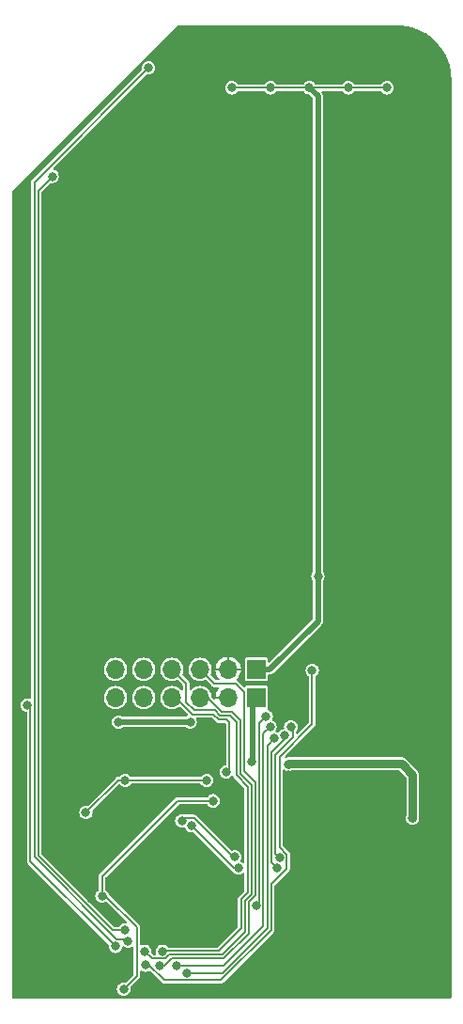
<source format=gbr>
G04 #@! TF.GenerationSoftware,KiCad,Pcbnew,(6.0.1-0)*
G04 #@! TF.CreationDate,2022-04-24T19:17:23-04:00*
G04 #@! TF.ProjectId,mobo,6d6f626f-2e6b-4696-9361-645f70636258,rev?*
G04 #@! TF.SameCoordinates,Original*
G04 #@! TF.FileFunction,Copper,L2,Bot*
G04 #@! TF.FilePolarity,Positive*
%FSLAX46Y46*%
G04 Gerber Fmt 4.6, Leading zero omitted, Abs format (unit mm)*
G04 Created by KiCad (PCBNEW (6.0.1-0)) date 2022-04-24 19:17:23*
%MOMM*%
%LPD*%
G01*
G04 APERTURE LIST*
G04 #@! TA.AperFunction,ComponentPad*
%ADD10R,1.700000X1.700000*%
G04 #@! TD*
G04 #@! TA.AperFunction,ComponentPad*
%ADD11O,1.700000X1.700000*%
G04 #@! TD*
G04 #@! TA.AperFunction,ViaPad*
%ADD12C,0.800000*%
G04 #@! TD*
G04 #@! TA.AperFunction,Conductor*
%ADD13C,0.200000*%
G04 #@! TD*
G04 #@! TA.AperFunction,Conductor*
%ADD14C,0.750000*%
G04 #@! TD*
G04 #@! TA.AperFunction,Conductor*
%ADD15C,0.500000*%
G04 #@! TD*
G04 APERTURE END LIST*
D10*
X-17780000Y-10160000D03*
D11*
X-20320000Y-10160000D03*
X-22860000Y-10160000D03*
X-25400000Y-10160000D03*
X-27940000Y-10160000D03*
X-30480000Y-10160000D03*
D10*
X-17780000Y-12700000D03*
D11*
X-20320000Y-12700000D03*
X-22860000Y-12700000D03*
X-25400000Y-12700000D03*
X-27940000Y-12700000D03*
X-30480000Y-12700000D03*
D12*
X-3400000Y-15200000D03*
X-3400000Y-14000000D03*
X-750000Y-15150000D03*
X-750000Y-14000000D03*
X-3400000Y-200000D03*
X-800000Y-200000D03*
X-800000Y-1400000D03*
X-3400000Y-1400000D03*
X-35250000Y-16700000D03*
X-29800000Y-17050000D03*
X-22350000Y-17050000D03*
X-19000000Y-37400000D03*
X-14900000Y-23700000D03*
X-14900000Y-19700000D03*
X-12230000Y-1780000D03*
X-29600000Y-24150000D03*
X-22250000Y-20150000D03*
X-29600000Y-20150000D03*
X-33150000Y-23050000D03*
X-23750000Y-14900000D03*
X-30200000Y-14900000D03*
X-18230011Y-18475000D03*
X-14900000Y-18700000D03*
X-3700000Y-23550000D03*
X-21700000Y-22000000D03*
X-15700000Y-27100000D03*
X-19750000Y-27050000D03*
X-14681414Y-15331414D03*
X-24500000Y-23800000D03*
X-15259266Y-16140734D03*
X-15900000Y-28050000D03*
X-23609266Y-24259266D03*
X-19400000Y-28050000D03*
X-16177168Y-16383655D03*
X-24050000Y-37499000D03*
X-25000000Y-36849500D03*
X-16549500Y-15350000D03*
X-16900000Y-14400000D03*
X-29750000Y-38950000D03*
X-38450000Y-13400000D03*
X-17799500Y-31400000D03*
X-20000000Y42200000D03*
X-13000000Y42200000D03*
X-16500000Y42200000D03*
X-6000000Y42200000D03*
X-9500000Y42200000D03*
X-27500000Y44000000D03*
X-29350000Y-34650000D03*
X-36193134Y34229339D03*
X-29650000Y-33650000D03*
X-30500000Y-35100000D03*
X-12750000Y-10250000D03*
X-27750000Y-36800000D03*
X-26500000Y-36849011D03*
X-26250000Y-35550000D03*
X-27850000Y-35550000D03*
X-20499500Y-19400000D03*
X-26050000Y-17050000D03*
X-31700000Y-30550000D03*
X-32650000Y-30800000D03*
X-24700000Y-30157500D03*
X-25800000Y-30157500D03*
X-24700000Y-29057500D03*
X-25800000Y-29057500D03*
D13*
X-27500000Y44000000D02*
X-37800489Y33699511D01*
X-37800489Y33699511D02*
X-37800489Y-27062355D01*
X-37800489Y-27062355D02*
X-30412355Y-34450489D01*
X-30412355Y-34450489D02*
X-29499511Y-34450489D01*
X-29499511Y-34450489D02*
X-29350000Y-34600000D01*
X-29350000Y-34600000D02*
X-29350000Y-34650000D01*
D14*
X-3700000Y-23550000D02*
X-3700000Y-19650000D01*
X-3700000Y-19650000D02*
X-4700000Y-18650000D01*
X-4700000Y-18650000D02*
X-14850000Y-18650000D01*
X-14850000Y-18650000D02*
X-14900000Y-18700000D01*
D15*
X-12230000Y-5830000D02*
X-12230000Y-1780000D01*
X-12230000Y-1780000D02*
X-12230000Y-1500000D01*
D13*
X-21700000Y-22000000D02*
X-24900000Y-22000000D01*
X-24900000Y-22000000D02*
X-31700000Y-28800000D01*
X-31700000Y-28800000D02*
X-31700000Y-30550000D01*
X-29600000Y-20150000D02*
X-22250000Y-20150000D01*
X-30250000Y-20150000D02*
X-29600000Y-20150000D01*
X-33150000Y-23050000D02*
X-30250000Y-20150000D01*
D15*
X-30200000Y-14900000D02*
X-23750000Y-14900000D01*
X-18230011Y-18475000D02*
X-18150000Y-18394989D01*
X-18150000Y-18394989D02*
X-18150000Y-13070000D01*
X-18150000Y-13070000D02*
X-17780000Y-12700000D01*
D13*
X-16900000Y-14400000D02*
X-17500000Y-15000000D01*
X-17500000Y-31100500D02*
X-17799500Y-31400000D01*
X-17500000Y-15000000D02*
X-17500000Y-31100500D01*
X-16549500Y-15350000D02*
X-17150000Y-15950500D01*
X-17150000Y-15950500D02*
X-17150000Y-33250000D01*
X-17150000Y-33250000D02*
X-20749500Y-36849500D01*
X-20749500Y-36849500D02*
X-25000000Y-36849500D01*
X-16800000Y-17006487D02*
X-16800000Y-33450000D01*
X-16177168Y-16383655D02*
X-16800000Y-17006487D01*
X-16800000Y-33450000D02*
X-20849000Y-37499000D01*
X-20849000Y-37499000D02*
X-24050000Y-37499000D01*
X-16400000Y-17600000D02*
X-16400000Y-27550000D01*
X-15259266Y-16140734D02*
X-15259266Y-16459266D01*
X-15259266Y-16459266D02*
X-16400000Y-17600000D01*
X-16400000Y-27550000D02*
X-15900000Y-28050000D01*
X-14681414Y-15331414D02*
X-14500000Y-15512828D01*
X-14500000Y-16300000D02*
X-16050000Y-17850000D01*
X-14500000Y-15512828D02*
X-14500000Y-16300000D01*
X-16050000Y-17850000D02*
X-16050000Y-26750000D01*
X-16050000Y-26750000D02*
X-15700000Y-27100000D01*
X-27500000Y-36550000D02*
X-27500000Y-36767559D01*
X-27500000Y-36767559D02*
X-26117559Y-38150000D01*
X-21000000Y-38150000D02*
X-16450480Y-33600480D01*
X-16450480Y-33600480D02*
X-16450480Y-29519028D01*
X-16450480Y-29519028D02*
X-15050489Y-28119037D01*
X-15050489Y-28119037D02*
X-15050489Y-26830963D01*
X-15050489Y-26830963D02*
X-15700480Y-26180972D01*
X-27750000Y-36800000D02*
X-27500000Y-36550000D01*
X-15700480Y-26180972D02*
X-15700480Y-18050480D01*
X-26117559Y-38150000D02*
X-21000000Y-38150000D01*
X-15700480Y-18050480D02*
X-12750000Y-15100000D01*
X-12750000Y-15100000D02*
X-12750000Y-10250000D01*
X-18449011Y-31130963D02*
X-17849520Y-30531472D01*
X-26075748Y-36849011D02*
X-25426737Y-36200000D01*
X-25426737Y-36200000D02*
X-20705705Y-36200000D01*
X-17849520Y-30531472D02*
X-17849520Y-20350480D01*
X-21570000Y-11450000D02*
X-22860000Y-10160000D01*
X-26500000Y-36849011D02*
X-26075748Y-36849011D01*
X-20705705Y-36200000D02*
X-18449011Y-33943306D01*
X-17849520Y-20350480D02*
X-18879511Y-19320489D01*
X-18879511Y-19320489D02*
X-18879511Y-12220489D01*
X-19650000Y-11450000D02*
X-21570000Y-11450000D01*
X-18879511Y-12220489D02*
X-19650000Y-11450000D01*
X-18449011Y-33943306D02*
X-18449011Y-31130963D01*
X-27850000Y-35550000D02*
X-27200489Y-36199511D01*
X-25630972Y-35849520D02*
X-20849520Y-35849520D01*
X-27200489Y-36199511D02*
X-25980963Y-36199511D01*
X-25980963Y-36199511D02*
X-25630972Y-35849520D01*
X-20849520Y-35849520D02*
X-18798531Y-33798531D01*
X-18798531Y-33798531D02*
X-18798531Y-30986187D01*
X-19950000Y-14000000D02*
X-20900000Y-14000000D01*
X-20900000Y-14000000D02*
X-22200000Y-12700000D01*
X-18798531Y-30986187D02*
X-18200000Y-30387655D01*
X-18200000Y-30387655D02*
X-18200001Y-20578569D01*
X-18200001Y-20578569D02*
X-19229031Y-19549539D01*
X-19229031Y-19549539D02*
X-19229031Y-14720969D01*
X-19229031Y-14720969D02*
X-19950000Y-14000000D01*
X-22200000Y-12700000D02*
X-22860000Y-12700000D01*
X-26250000Y-35550000D02*
X-26200000Y-35500000D01*
X-26200000Y-35500000D02*
X-21150000Y-35500000D01*
X-21150000Y-35500000D02*
X-19148051Y-33498051D01*
X-19148051Y-33498051D02*
X-19148051Y-30841411D01*
X-24100000Y-11460000D02*
X-25400000Y-10160000D01*
X-19148051Y-30841411D02*
X-18549520Y-30242880D01*
X-18549520Y-30242880D02*
X-18549520Y-20723346D01*
X-18549520Y-20723346D02*
X-19578551Y-19694315D01*
X-19578551Y-19694315D02*
X-19578551Y-14921449D01*
X-19578551Y-14921449D02*
X-20150481Y-14349519D01*
X-20150481Y-14349519D02*
X-21044777Y-14349519D01*
X-24100000Y-13150000D02*
X-24100000Y-11460000D01*
X-21044777Y-14349519D02*
X-21544296Y-13850000D01*
X-21544296Y-13850000D02*
X-23400000Y-13850000D01*
X-23400000Y-13850000D02*
X-24100000Y-13150000D01*
X-24500000Y-23800000D02*
X-24250000Y-23550000D01*
X-24250000Y-23550000D02*
X-23400000Y-23550000D01*
X-19900000Y-27050000D02*
X-19750000Y-27050000D01*
X-23400000Y-23550000D02*
X-19900000Y-27050000D01*
X-23609266Y-24259266D02*
X-23590734Y-24259266D01*
X-23590734Y-24259266D02*
X-19800000Y-28050000D01*
X-19800000Y-28050000D02*
X-19400000Y-28050000D01*
X-21189554Y-14699038D02*
X-21688592Y-14200000D01*
X-21688592Y-14200000D02*
X-23544296Y-14200000D01*
X-23544296Y-14200000D02*
X-25044296Y-12700000D01*
X-20499500Y-19400000D02*
X-20200000Y-19100500D01*
X-20200000Y-14950000D02*
X-20450961Y-14699039D01*
X-20200000Y-19100500D02*
X-20200000Y-14950000D01*
X-20450961Y-14699039D02*
X-21189554Y-14699038D01*
X-25044296Y-12700000D02*
X-25400000Y-12700000D01*
X-38150009Y-27449991D02*
X-38150009Y-13699991D01*
X-30500000Y-35100000D02*
X-38150009Y-27449991D01*
X-38150009Y-13699991D02*
X-38450000Y-13400000D01*
X-28550000Y-37750000D02*
X-29750000Y-38950000D01*
X-28550000Y-33400000D02*
X-28550000Y-37750000D01*
X-31700000Y-30550000D02*
X-31400000Y-30550000D01*
X-31400000Y-30550000D02*
X-28550000Y-33400000D01*
X-29650000Y-33650000D02*
X-30718548Y-33650000D01*
X-36193134Y34206866D02*
X-36193134Y34229339D01*
X-30718548Y-33650000D02*
X-37450000Y-26918548D01*
X-37450000Y-26918548D02*
X-37450000Y32950000D01*
X-37450000Y32950000D02*
X-36193134Y34206866D01*
D15*
X-17780000Y-10160000D02*
X-16560000Y-10160000D01*
X-16560000Y-10160000D02*
X-12230000Y-5830000D01*
X-12230000Y41430000D02*
X-13000000Y42200000D01*
X-12230000Y-1500000D02*
X-12230000Y41430000D01*
D13*
X-16500000Y42200000D02*
X-20000000Y42200000D01*
X-6000000Y42200000D02*
X-9500000Y42200000D01*
X-9500000Y42200000D02*
X-13000000Y42200000D01*
X-13000000Y42200000D02*
X-16500000Y42200000D01*
G04 #@! TA.AperFunction,Conductor*
G36*
X-5011773Y47797482D02*
G01*
X-5000358Y47794857D01*
X-4989484Y47797317D01*
X-4982477Y47797305D01*
X-4968009Y47798603D01*
X-4585968Y47781923D01*
X-4577364Y47781170D01*
X-4314959Y47746624D01*
X-4170765Y47727640D01*
X-4162271Y47726142D01*
X-3761892Y47637380D01*
X-3753554Y47635146D01*
X-3362418Y47511822D01*
X-3354317Y47508874D01*
X-3074997Y47393175D01*
X-2975423Y47351930D01*
X-2967596Y47348280D01*
X-2603829Y47158915D01*
X-2596369Y47154609D01*
X-2521699Y47107039D01*
X-2250473Y46934249D01*
X-2243399Y46929295D01*
X-1918044Y46679641D01*
X-1911443Y46674102D01*
X-1609066Y46397026D01*
X-1602974Y46390934D01*
X-1325898Y46088557D01*
X-1320359Y46081956D01*
X-1070705Y45756601D01*
X-1065752Y45749528D01*
X-845391Y45403631D01*
X-841085Y45396171D01*
X-682876Y45092255D01*
X-651720Y45032404D01*
X-648070Y45024577D01*
X-509433Y44689881D01*
X-491129Y44645691D01*
X-488178Y44637582D01*
X-422186Y44428282D01*
X-364854Y44246448D01*
X-362620Y44238108D01*
X-309832Y44000000D01*
X-273859Y43837734D01*
X-272360Y43829235D01*
X-255761Y43703154D01*
X-218830Y43422636D01*
X-218077Y43414032D01*
X-201420Y43032512D01*
X-202630Y43019270D01*
X-202644Y43011225D01*
X-205143Y43000358D01*
X-202683Y42989486D01*
X-202683Y42989484D01*
X-202441Y42988417D01*
X-200000Y42966568D01*
X-200000Y-39701000D01*
X-218907Y-39759191D01*
X-268407Y-39795155D01*
X-299000Y-39800000D01*
X-39701000Y-39800000D01*
X-39759191Y-39781093D01*
X-39795155Y-39731593D01*
X-39800000Y-39701000D01*
X-39800000Y-13400000D01*
X-39055682Y-13400000D01*
X-39035044Y-13556762D01*
X-38974536Y-13702841D01*
X-38878282Y-13828282D01*
X-38752841Y-13924536D01*
X-38606762Y-13985044D01*
X-38569371Y-13989967D01*
X-38536587Y-13994283D01*
X-38481362Y-14020624D01*
X-38452167Y-14074395D01*
X-38450509Y-14092436D01*
X-38450509Y-27396483D01*
X-38450812Y-27400608D01*
X-38452434Y-27405333D01*
X-38452091Y-27414467D01*
X-38450579Y-27454752D01*
X-38450509Y-27458465D01*
X-38450509Y-27477939D01*
X-38449684Y-27482369D01*
X-38449348Y-27487562D01*
X-38448235Y-27517199D01*
X-38444629Y-27525593D01*
X-38444628Y-27525596D01*
X-38443692Y-27527774D01*
X-38437326Y-27548725D01*
X-38435218Y-27560044D01*
X-38430421Y-27567826D01*
X-38421241Y-27582719D01*
X-38414558Y-27595586D01*
X-38404045Y-27620054D01*
X-38400031Y-27624940D01*
X-38395667Y-27629304D01*
X-38381396Y-27647359D01*
X-38376477Y-27655339D01*
X-38353240Y-27673009D01*
X-38343170Y-27681801D01*
X-31119180Y-34905791D01*
X-31091403Y-34960308D01*
X-31091031Y-34988714D01*
X-31105682Y-35100000D01*
X-31085044Y-35256762D01*
X-31024536Y-35402841D01*
X-30928282Y-35528282D01*
X-30802841Y-35624536D01*
X-30656762Y-35685044D01*
X-30500000Y-35705682D01*
X-30343238Y-35685044D01*
X-30197159Y-35624536D01*
X-30071718Y-35528282D01*
X-29975464Y-35402841D01*
X-29914956Y-35256762D01*
X-29903456Y-35169412D01*
X-29877115Y-35114187D01*
X-29823344Y-35084992D01*
X-29762682Y-35092978D01*
X-29745043Y-35103787D01*
X-29652841Y-35174536D01*
X-29506762Y-35235044D01*
X-29350000Y-35255682D01*
X-29193238Y-35235044D01*
X-29047159Y-35174536D01*
X-29009766Y-35145843D01*
X-28952092Y-35125420D01*
X-28893426Y-35142797D01*
X-28856179Y-35191339D01*
X-28850500Y-35224386D01*
X-28850500Y-37584521D01*
X-28869407Y-37642712D01*
X-28879496Y-37654525D01*
X-29555791Y-38330820D01*
X-29610308Y-38358597D01*
X-29638714Y-38358969D01*
X-29750000Y-38344318D01*
X-29906762Y-38364956D01*
X-30052841Y-38425464D01*
X-30178282Y-38521718D01*
X-30274536Y-38647159D01*
X-30335044Y-38793238D01*
X-30355682Y-38950000D01*
X-30335044Y-39106762D01*
X-30274536Y-39252841D01*
X-30178282Y-39378282D01*
X-30052841Y-39474536D01*
X-29906762Y-39535044D01*
X-29750000Y-39555682D01*
X-29593238Y-39535044D01*
X-29447159Y-39474536D01*
X-29321718Y-39378282D01*
X-29225464Y-39252841D01*
X-29164956Y-39106762D01*
X-29144318Y-38950000D01*
X-29158969Y-38838716D01*
X-29147819Y-38778557D01*
X-29130820Y-38755791D01*
X-28763257Y-38388229D01*
X-28375344Y-38000316D01*
X-28372219Y-37997619D01*
X-28367731Y-37995425D01*
X-28334120Y-37959192D01*
X-28331544Y-37956516D01*
X-28317752Y-37942724D01*
X-28315207Y-37939013D01*
X-28311766Y-37935094D01*
X-28297815Y-37920055D01*
X-28297815Y-37920054D01*
X-28291599Y-37913354D01*
X-28288213Y-37904866D01*
X-28288211Y-37904863D01*
X-28287333Y-37902662D01*
X-28277019Y-37883346D01*
X-28275678Y-37881391D01*
X-28275677Y-37881389D01*
X-28270508Y-37873854D01*
X-28264359Y-37847941D01*
X-28259986Y-37834116D01*
X-28252706Y-37815868D01*
X-28252706Y-37815866D01*
X-28250117Y-37809378D01*
X-28249500Y-37803085D01*
X-28249500Y-37796916D01*
X-28246825Y-37774057D01*
X-28246770Y-37773827D01*
X-28246770Y-37773825D01*
X-28244660Y-37764934D01*
X-28248596Y-37736012D01*
X-28249500Y-37722663D01*
X-28249500Y-37374386D01*
X-28230593Y-37316195D01*
X-28181093Y-37280231D01*
X-28119907Y-37280231D01*
X-28090236Y-37295842D01*
X-28052841Y-37324536D01*
X-27906762Y-37385044D01*
X-27750000Y-37405682D01*
X-27593238Y-37385044D01*
X-27452297Y-37326664D01*
X-27391299Y-37321863D01*
X-27344406Y-37348124D01*
X-26367879Y-38324651D01*
X-26365179Y-38327780D01*
X-26362984Y-38332269D01*
X-26356281Y-38338487D01*
X-26326737Y-38365893D01*
X-26324061Y-38368469D01*
X-26310282Y-38382248D01*
X-26306572Y-38384793D01*
X-26302659Y-38388229D01*
X-26289954Y-38400014D01*
X-26280913Y-38408401D01*
X-26272427Y-38411787D01*
X-26272425Y-38411788D01*
X-26270222Y-38412667D01*
X-26250911Y-38422978D01*
X-26248952Y-38424322D01*
X-26248949Y-38424323D01*
X-26241413Y-38429493D01*
X-26232521Y-38431603D01*
X-26232519Y-38431604D01*
X-26215493Y-38435644D01*
X-26201674Y-38440014D01*
X-26176937Y-38449883D01*
X-26170644Y-38450500D01*
X-26164474Y-38450500D01*
X-26141618Y-38453175D01*
X-26132493Y-38455340D01*
X-26103571Y-38451404D01*
X-26090222Y-38450500D01*
X-21053508Y-38450500D01*
X-21049383Y-38450803D01*
X-21044658Y-38452425D01*
X-20995239Y-38450570D01*
X-20991526Y-38450500D01*
X-20972052Y-38450500D01*
X-20967622Y-38449675D01*
X-20962429Y-38449339D01*
X-20946398Y-38448737D01*
X-20941925Y-38448569D01*
X-20932792Y-38448226D01*
X-20924398Y-38444620D01*
X-20924395Y-38444619D01*
X-20922217Y-38443683D01*
X-20901266Y-38437317D01*
X-20889947Y-38435209D01*
X-20867271Y-38421232D01*
X-20854404Y-38414548D01*
X-20836358Y-38406795D01*
X-20836357Y-38406794D01*
X-20829937Y-38404036D01*
X-20825051Y-38400022D01*
X-20820687Y-38395658D01*
X-20802632Y-38381387D01*
X-20794652Y-38376468D01*
X-20776982Y-38353231D01*
X-20768190Y-38343161D01*
X-16275829Y-33850800D01*
X-16272700Y-33848100D01*
X-16268211Y-33845905D01*
X-16247463Y-33823539D01*
X-16234587Y-33809658D01*
X-16232011Y-33806982D01*
X-16218232Y-33793203D01*
X-16215687Y-33789493D01*
X-16212251Y-33785580D01*
X-16198293Y-33770533D01*
X-16192079Y-33763834D01*
X-16188692Y-33755346D01*
X-16187813Y-33753143D01*
X-16177502Y-33733832D01*
X-16176158Y-33731873D01*
X-16176157Y-33731870D01*
X-16170987Y-33724334D01*
X-16164836Y-33698414D01*
X-16160466Y-33684595D01*
X-16150597Y-33659858D01*
X-16149980Y-33653565D01*
X-16149980Y-33647395D01*
X-16147305Y-33624536D01*
X-16147250Y-33624306D01*
X-16145140Y-33615414D01*
X-16149076Y-33586492D01*
X-16149980Y-33573143D01*
X-16149980Y-29684507D01*
X-16131073Y-29626316D01*
X-16120984Y-29614503D01*
X-15508330Y-29001850D01*
X-14875833Y-28369353D01*
X-14872708Y-28366656D01*
X-14868220Y-28364462D01*
X-14834609Y-28328229D01*
X-14832033Y-28325553D01*
X-14818241Y-28311761D01*
X-14815696Y-28308050D01*
X-14812255Y-28304131D01*
X-14798304Y-28289092D01*
X-14798304Y-28289091D01*
X-14792088Y-28282391D01*
X-14788702Y-28273903D01*
X-14788700Y-28273900D01*
X-14787822Y-28271699D01*
X-14777508Y-28252383D01*
X-14776167Y-28250428D01*
X-14776166Y-28250426D01*
X-14770997Y-28242891D01*
X-14764848Y-28216978D01*
X-14760475Y-28203153D01*
X-14753195Y-28184905D01*
X-14753195Y-28184903D01*
X-14750606Y-28178415D01*
X-14749989Y-28172122D01*
X-14749989Y-28165953D01*
X-14747314Y-28143094D01*
X-14747259Y-28142864D01*
X-14747259Y-28142862D01*
X-14745149Y-28133971D01*
X-14749085Y-28105049D01*
X-14749989Y-28091700D01*
X-14749989Y-26884471D01*
X-14749686Y-26880346D01*
X-14748064Y-26875621D01*
X-14749919Y-26826202D01*
X-14749989Y-26822489D01*
X-14749989Y-26803015D01*
X-14750814Y-26798585D01*
X-14751151Y-26793380D01*
X-14751920Y-26772888D01*
X-14752263Y-26763755D01*
X-14755869Y-26755361D01*
X-14755870Y-26755358D01*
X-14756806Y-26753180D01*
X-14763172Y-26732229D01*
X-14765280Y-26720910D01*
X-14779257Y-26698234D01*
X-14785941Y-26685367D01*
X-14793694Y-26667321D01*
X-14793695Y-26667320D01*
X-14796453Y-26660900D01*
X-14800467Y-26656014D01*
X-14804831Y-26651650D01*
X-14819102Y-26633595D01*
X-14819225Y-26633396D01*
X-14824021Y-26625615D01*
X-14847258Y-26607945D01*
X-14857328Y-26599153D01*
X-15370984Y-26085497D01*
X-15398761Y-26030980D01*
X-15399980Y-26015493D01*
X-15399980Y-19274018D01*
X-15381073Y-19215827D01*
X-15331573Y-19179863D01*
X-15270387Y-19179863D01*
X-15240713Y-19195476D01*
X-15219430Y-19211807D01*
X-15202841Y-19224536D01*
X-15056762Y-19285044D01*
X-14900000Y-19305682D01*
X-14743238Y-19285044D01*
X-14617679Y-19233036D01*
X-14579794Y-19225500D01*
X-4979388Y-19225500D01*
X-4921197Y-19244407D01*
X-4909384Y-19254496D01*
X-4304496Y-19859384D01*
X-4276719Y-19913901D01*
X-4275500Y-19929388D01*
X-4275500Y-23350504D01*
X-4281526Y-23380802D01*
X-4280881Y-23380975D01*
X-4282560Y-23387240D01*
X-4285044Y-23393238D01*
X-4305682Y-23550000D01*
X-4285044Y-23706762D01*
X-4224536Y-23852841D01*
X-4128282Y-23978282D01*
X-4002841Y-24074536D01*
X-3856762Y-24135044D01*
X-3700000Y-24155682D01*
X-3543238Y-24135044D01*
X-3397159Y-24074536D01*
X-3271718Y-23978282D01*
X-3175464Y-23852841D01*
X-3114956Y-23706762D01*
X-3094318Y-23550000D01*
X-3114956Y-23393238D01*
X-3117440Y-23387240D01*
X-3119119Y-23380975D01*
X-3118474Y-23380802D01*
X-3124500Y-23350504D01*
X-3124500Y-19694208D01*
X-3123653Y-19681286D01*
X-3120381Y-19656433D01*
X-3119534Y-19650000D01*
X-3133447Y-19544318D01*
X-3139313Y-19499764D01*
X-3178671Y-19404746D01*
X-3197301Y-19359768D01*
X-3266388Y-19269732D01*
X-3266391Y-19269729D01*
X-3289549Y-19239549D01*
X-3314584Y-19220339D01*
X-3324313Y-19211807D01*
X-4261807Y-18274313D01*
X-4270339Y-18264584D01*
X-4289549Y-18239549D01*
X-4319729Y-18216391D01*
X-4319732Y-18216388D01*
X-4409767Y-18147302D01*
X-4483398Y-18116803D01*
X-4549764Y-18089313D01*
X-4662280Y-18074500D01*
X-4662282Y-18074500D01*
X-4662291Y-18074499D01*
X-4693565Y-18070382D01*
X-4693566Y-18070382D01*
X-4700000Y-18069535D01*
X-4706434Y-18070382D01*
X-4731280Y-18073653D01*
X-4744202Y-18074500D01*
X-14805792Y-18074500D01*
X-14818714Y-18073653D01*
X-14843559Y-18070382D01*
X-14850000Y-18069534D01*
X-14856434Y-18070381D01*
X-14887712Y-18074499D01*
X-14887720Y-18074500D01*
X-15000236Y-18089313D01*
X-15035780Y-18104036D01*
X-15066602Y-18116803D01*
X-15076626Y-18120955D01*
X-15137623Y-18125756D01*
X-15189792Y-18093787D01*
X-15213207Y-18037259D01*
X-15198924Y-17977764D01*
X-15184516Y-17959487D01*
X-12575349Y-15350320D01*
X-12572220Y-15347620D01*
X-12567731Y-15345425D01*
X-12534107Y-15309178D01*
X-12531531Y-15306502D01*
X-12517752Y-15292723D01*
X-12515207Y-15289013D01*
X-12511771Y-15285100D01*
X-12497813Y-15270053D01*
X-12491599Y-15263354D01*
X-12488212Y-15254866D01*
X-12487333Y-15252663D01*
X-12477022Y-15233352D01*
X-12475678Y-15231393D01*
X-12475677Y-15231390D01*
X-12470507Y-15223854D01*
X-12464356Y-15197934D01*
X-12459986Y-15184115D01*
X-12450117Y-15159378D01*
X-12449500Y-15153085D01*
X-12449500Y-15146915D01*
X-12446825Y-15124056D01*
X-12446770Y-15123826D01*
X-12444660Y-15114934D01*
X-12448596Y-15086012D01*
X-12449500Y-15072663D01*
X-12449500Y-10825154D01*
X-12430593Y-10766963D01*
X-12410768Y-10746612D01*
X-12403672Y-10741167D01*
X-12321718Y-10678282D01*
X-12225464Y-10552841D01*
X-12164956Y-10406762D01*
X-12145814Y-10261363D01*
X-12145165Y-10256434D01*
X-12144318Y-10250000D01*
X-12164956Y-10093238D01*
X-12225464Y-9947159D01*
X-12321718Y-9821718D01*
X-12447159Y-9725464D01*
X-12593238Y-9664956D01*
X-12750000Y-9644318D01*
X-12906762Y-9664956D01*
X-13052841Y-9725464D01*
X-13178282Y-9821718D01*
X-13274536Y-9947159D01*
X-13335044Y-10093238D01*
X-13355682Y-10250000D01*
X-13354835Y-10256434D01*
X-13354186Y-10261363D01*
X-13335044Y-10406762D01*
X-13274536Y-10552841D01*
X-13178282Y-10678282D01*
X-13096328Y-10741167D01*
X-13089232Y-10746612D01*
X-13054577Y-10797037D01*
X-13050500Y-10825154D01*
X-13050500Y-14934521D01*
X-13069407Y-14992712D01*
X-13079496Y-15004525D01*
X-14030496Y-15955525D01*
X-14085013Y-15983302D01*
X-14145445Y-15973731D01*
X-14188710Y-15930466D01*
X-14199500Y-15885521D01*
X-14199500Y-15723407D01*
X-14179042Y-15663140D01*
X-14160829Y-15639404D01*
X-14156878Y-15634255D01*
X-14096370Y-15488176D01*
X-14075732Y-15331414D01*
X-14096370Y-15174652D01*
X-14156878Y-15028573D01*
X-14253132Y-14903132D01*
X-14378573Y-14806878D01*
X-14524652Y-14746370D01*
X-14681414Y-14725732D01*
X-14838176Y-14746370D01*
X-14984255Y-14806878D01*
X-15109696Y-14903132D01*
X-15205950Y-15028573D01*
X-15266458Y-15174652D01*
X-15287096Y-15331414D01*
X-15284908Y-15348029D01*
X-15273191Y-15437031D01*
X-15284341Y-15497192D01*
X-15328723Y-15539309D01*
X-15358422Y-15548106D01*
X-15367404Y-15549289D01*
X-15416028Y-15555690D01*
X-15562107Y-15616198D01*
X-15687548Y-15712452D01*
X-15691502Y-15717605D01*
X-15771749Y-15822185D01*
X-15822173Y-15856841D01*
X-15888177Y-15853382D01*
X-15944502Y-15830052D01*
X-15989543Y-15811395D01*
X-16036068Y-15771658D01*
X-16050352Y-15712164D01*
X-16031795Y-15663817D01*
X-16032158Y-15663607D01*
X-16030834Y-15661314D01*
X-16030202Y-15659667D01*
X-16024964Y-15652841D01*
X-15964456Y-15506762D01*
X-15943818Y-15350000D01*
X-15964456Y-15193238D01*
X-16024964Y-15047159D01*
X-16121218Y-14921718D01*
X-16246659Y-14825464D01*
X-16281991Y-14810829D01*
X-16308491Y-14799852D01*
X-16355017Y-14760115D01*
X-16369300Y-14700620D01*
X-16362069Y-14670502D01*
X-16317440Y-14562759D01*
X-16314956Y-14556762D01*
X-16294318Y-14400000D01*
X-16314956Y-14243238D01*
X-16375464Y-14097159D01*
X-16471718Y-13971718D01*
X-16597159Y-13875464D01*
X-16603150Y-13872982D01*
X-16603156Y-13872979D01*
X-16723678Y-13823058D01*
X-16727860Y-13821326D01*
X-16774386Y-13781590D01*
X-16788670Y-13722095D01*
X-16772290Y-13674860D01*
X-16768235Y-13668791D01*
X-16741133Y-13628231D01*
X-16729500Y-13569748D01*
X-16729500Y-11830252D01*
X-16741133Y-11771769D01*
X-16785448Y-11705448D01*
X-16851769Y-11661133D01*
X-16861332Y-11659231D01*
X-16861334Y-11659230D01*
X-16884005Y-11654721D01*
X-16910252Y-11649500D01*
X-18649748Y-11649500D01*
X-18675995Y-11654721D01*
X-18698666Y-11659230D01*
X-18698668Y-11659231D01*
X-18708231Y-11661133D01*
X-18774552Y-11705448D01*
X-18785651Y-11722058D01*
X-18833698Y-11759936D01*
X-18894836Y-11762340D01*
X-18937969Y-11737060D01*
X-19399680Y-11275349D01*
X-19402380Y-11272220D01*
X-19404575Y-11267731D01*
X-19440822Y-11234107D01*
X-19443498Y-11231531D01*
X-19457277Y-11217752D01*
X-19460987Y-11215207D01*
X-19464900Y-11211771D01*
X-19479945Y-11197815D01*
X-19486646Y-11191599D01*
X-19497336Y-11187334D01*
X-19516652Y-11177020D01*
X-19518608Y-11175678D01*
X-19518612Y-11175676D01*
X-19519298Y-11175206D01*
X-19519302Y-11175202D01*
X-19526145Y-11170508D01*
X-19525531Y-11169613D01*
X-19564471Y-11134672D01*
X-19577294Y-11074845D01*
X-19552504Y-11018907D01*
X-19542123Y-11008910D01*
X-19506843Y-10979568D01*
X-19500432Y-10973157D01*
X-19371100Y-10817652D01*
X-19365974Y-10810194D01*
X-19267142Y-10633714D01*
X-19263462Y-10625450D01*
X-19198444Y-10433914D01*
X-19196332Y-10425115D01*
X-19174641Y-10275518D01*
X-19176900Y-10262372D01*
X-19177935Y-10261363D01*
X-19183782Y-10260000D01*
X-21450315Y-10260000D01*
X-21463000Y-10264122D01*
X-21465075Y-10266978D01*
X-21465379Y-10269404D01*
X-21461005Y-10336145D01*
X-21459592Y-10345064D01*
X-21409800Y-10541121D01*
X-21406780Y-10549649D01*
X-21322096Y-10733341D01*
X-21317578Y-10741167D01*
X-21200829Y-10906363D01*
X-21194965Y-10913229D01*
X-21126848Y-10979586D01*
X-21098359Y-11033735D01*
X-21107139Y-11094287D01*
X-21149833Y-11138114D01*
X-21195929Y-11149500D01*
X-21404521Y-11149500D01*
X-21462712Y-11130593D01*
X-21474525Y-11120504D01*
X-21882202Y-10712827D01*
X-21909979Y-10658310D01*
X-21899092Y-10598397D01*
X-21900037Y-10597976D01*
X-21898312Y-10594101D01*
X-21898280Y-10593926D01*
X-21898085Y-10593583D01*
X-21895677Y-10589344D01*
X-21886717Y-10562412D01*
X-21832176Y-10398454D01*
X-21832176Y-10398452D01*
X-21830649Y-10393863D01*
X-21823357Y-10336145D01*
X-21805177Y-10192228D01*
X-21804829Y-10189474D01*
X-21804417Y-10160000D01*
X-21814466Y-10057510D01*
X-21815749Y-10044428D01*
X-21464430Y-10044428D01*
X-21461828Y-10057510D01*
X-21460253Y-10058966D01*
X-21455539Y-10060000D01*
X-20435680Y-10060000D01*
X-20422995Y-10055878D01*
X-20420000Y-10051757D01*
X-20420000Y-10044320D01*
X-20220000Y-10044320D01*
X-20215878Y-10057005D01*
X-20211757Y-10060000D01*
X-19189942Y-10060000D01*
X-19177257Y-10055878D01*
X-19175588Y-10053582D01*
X-19175184Y-10049965D01*
X-19183997Y-9954048D01*
X-19185644Y-9945164D01*
X-19240551Y-9750481D01*
X-19243792Y-9742037D01*
X-19333255Y-9560624D01*
X-19337980Y-9552914D01*
X-19459006Y-9390840D01*
X-19465055Y-9384122D01*
X-19613595Y-9246814D01*
X-19620760Y-9241315D01*
X-19791837Y-9133374D01*
X-19799890Y-9129271D01*
X-19987771Y-9054314D01*
X-19996429Y-9051749D01*
X-20194824Y-9012286D01*
X-20203815Y-9011341D01*
X-20204324Y-9011334D01*
X-20217059Y-9015289D01*
X-20219996Y-9019222D01*
X-20220000Y-9019246D01*
X-20220000Y-10044320D01*
X-20420000Y-10044320D01*
X-20420000Y-9025926D01*
X-20424122Y-9013241D01*
X-20424726Y-9012802D01*
X-20431873Y-9012286D01*
X-20614441Y-9043657D01*
X-20623177Y-9045998D01*
X-20812950Y-9116009D01*
X-20821113Y-9119902D01*
X-20994953Y-9223326D01*
X-21002255Y-9228631D01*
X-21154343Y-9362010D01*
X-21160566Y-9368568D01*
X-21285791Y-9527415D01*
X-21290716Y-9534998D01*
X-21384903Y-9714018D01*
X-21388357Y-9722358D01*
X-21448342Y-9915538D01*
X-21450223Y-9924388D01*
X-21464430Y-10044428D01*
X-21815749Y-10044428D01*
X-21824048Y-9959780D01*
X-21824049Y-9959776D01*
X-21824520Y-9954970D01*
X-21827480Y-9945164D01*
X-21863196Y-9826871D01*
X-21884065Y-9757749D01*
X-21980782Y-9575849D01*
X-22110989Y-9416200D01*
X-22141644Y-9390840D01*
X-22265998Y-9287965D01*
X-22266000Y-9287964D01*
X-22269725Y-9284882D01*
X-22450945Y-9186897D01*
X-22520236Y-9165448D01*
X-22643125Y-9127407D01*
X-22643129Y-9127406D01*
X-22647746Y-9125977D01*
X-22652554Y-9125472D01*
X-22652557Y-9125471D01*
X-22847815Y-9104949D01*
X-22847817Y-9104949D01*
X-22852631Y-9104443D01*
X-22908200Y-9109500D01*
X-23052978Y-9122675D01*
X-23052983Y-9122676D01*
X-23057797Y-9123114D01*
X-23255428Y-9181280D01*
X-23259712Y-9183519D01*
X-23259713Y-9183520D01*
X-23270572Y-9189197D01*
X-23437998Y-9276726D01*
X-23441769Y-9279758D01*
X-23594780Y-9402781D01*
X-23594783Y-9402783D01*
X-23598553Y-9405815D01*
X-23601667Y-9409526D01*
X-23601668Y-9409527D01*
X-23638472Y-9453389D01*
X-23730976Y-9563630D01*
X-23733311Y-9567878D01*
X-23733312Y-9567879D01*
X-23740045Y-9580126D01*
X-23830224Y-9744162D01*
X-23831687Y-9748775D01*
X-23831689Y-9748779D01*
X-23833179Y-9753476D01*
X-23892516Y-9940532D01*
X-23893056Y-9945344D01*
X-23893056Y-9945345D01*
X-23905916Y-10060000D01*
X-23915480Y-10145262D01*
X-23898241Y-10350553D01*
X-23896908Y-10355201D01*
X-23896908Y-10355202D01*
X-23843914Y-10540013D01*
X-23841456Y-10548586D01*
X-23839241Y-10552896D01*
X-23816073Y-10597976D01*
X-23747288Y-10731818D01*
X-23619323Y-10893270D01*
X-23615643Y-10896402D01*
X-23615641Y-10896404D01*
X-23525456Y-10973157D01*
X-23462436Y-11026791D01*
X-23458213Y-11029151D01*
X-23458209Y-11029154D01*
X-23352502Y-11088231D01*
X-23282602Y-11127297D01*
X-23278004Y-11128791D01*
X-23091276Y-11189463D01*
X-23091274Y-11189464D01*
X-23086671Y-11190959D01*
X-22882106Y-11215351D01*
X-22877284Y-11214980D01*
X-22877281Y-11214980D01*
X-22806741Y-11209552D01*
X-22676700Y-11199546D01*
X-22478275Y-11144145D01*
X-22473958Y-11141964D01*
X-22473952Y-11141962D01*
X-22424345Y-11116904D01*
X-22363880Y-11107544D01*
X-22309705Y-11135266D01*
X-21820320Y-11624651D01*
X-21817620Y-11627780D01*
X-21815425Y-11632269D01*
X-21808722Y-11638487D01*
X-21779178Y-11665893D01*
X-21776502Y-11668469D01*
X-21762724Y-11682247D01*
X-21759013Y-11684792D01*
X-21755108Y-11688220D01*
X-21733354Y-11708401D01*
X-21724867Y-11711787D01*
X-21722664Y-11712666D01*
X-21703348Y-11722980D01*
X-21701393Y-11724321D01*
X-21701390Y-11724322D01*
X-21693854Y-11729492D01*
X-21667942Y-11735641D01*
X-21654116Y-11740014D01*
X-21635868Y-11747294D01*
X-21635866Y-11747294D01*
X-21629378Y-11749883D01*
X-21623085Y-11750500D01*
X-21616916Y-11750500D01*
X-21594057Y-11753175D01*
X-21593827Y-11753230D01*
X-21593825Y-11753230D01*
X-21584934Y-11755340D01*
X-21556012Y-11751404D01*
X-21542663Y-11750500D01*
X-21240064Y-11750500D01*
X-21181873Y-11769407D01*
X-21145909Y-11818907D01*
X-21145909Y-11880093D01*
X-21162318Y-11910790D01*
X-21285791Y-12067415D01*
X-21290716Y-12074998D01*
X-21384903Y-12254018D01*
X-21388357Y-12262358D01*
X-21448342Y-12455538D01*
X-21450223Y-12464388D01*
X-21464430Y-12584428D01*
X-21461828Y-12597510D01*
X-21460253Y-12598966D01*
X-21455539Y-12600000D01*
X-20319000Y-12600000D01*
X-20260809Y-12618907D01*
X-20224845Y-12668407D01*
X-20220000Y-12699000D01*
X-20220000Y-12701000D01*
X-20238907Y-12759191D01*
X-20288407Y-12795155D01*
X-20319000Y-12800000D01*
X-21450315Y-12800000D01*
X-21463000Y-12804122D01*
X-21480057Y-12827598D01*
X-21481338Y-12826667D01*
X-21488499Y-12841938D01*
X-21542077Y-12871486D01*
X-21602790Y-12863898D01*
X-21630761Y-12844268D01*
X-21782547Y-12692482D01*
X-21811071Y-12632138D01*
X-21824047Y-12499789D01*
X-21824048Y-12499784D01*
X-21824520Y-12494970D01*
X-21884065Y-12297749D01*
X-21980782Y-12115849D01*
X-22110989Y-11956200D01*
X-22257361Y-11835110D01*
X-22265998Y-11827965D01*
X-22266000Y-11827964D01*
X-22269725Y-11824882D01*
X-22413221Y-11747294D01*
X-22446691Y-11729197D01*
X-22446692Y-11729197D01*
X-22450945Y-11726897D01*
X-22530770Y-11702187D01*
X-22643125Y-11667407D01*
X-22643129Y-11667406D01*
X-22647746Y-11665977D01*
X-22652554Y-11665472D01*
X-22652557Y-11665471D01*
X-22847815Y-11644949D01*
X-22847817Y-11644949D01*
X-22852631Y-11644443D01*
X-22908200Y-11649500D01*
X-23052978Y-11662675D01*
X-23052983Y-11662676D01*
X-23057797Y-11663114D01*
X-23255428Y-11721280D01*
X-23259712Y-11723519D01*
X-23259713Y-11723520D01*
X-23316437Y-11753175D01*
X-23437998Y-11816726D01*
X-23441769Y-11819758D01*
X-23594780Y-11942781D01*
X-23594783Y-11942783D01*
X-23598553Y-11945815D01*
X-23624663Y-11976932D01*
X-23676550Y-12009353D01*
X-23737587Y-12005085D01*
X-23784457Y-11965755D01*
X-23799500Y-11913294D01*
X-23799500Y-11513514D01*
X-23799197Y-11509385D01*
X-23797574Y-11504658D01*
X-23799430Y-11455223D01*
X-23799500Y-11451509D01*
X-23799500Y-11432052D01*
X-23800325Y-11427622D01*
X-23800661Y-11422436D01*
X-23801431Y-11401925D01*
X-23801431Y-11401924D01*
X-23801774Y-11392792D01*
X-23805380Y-11384398D01*
X-23805381Y-11384395D01*
X-23806317Y-11382217D01*
X-23812683Y-11361266D01*
X-23814791Y-11349947D01*
X-23828770Y-11327269D01*
X-23835450Y-11314409D01*
X-23843208Y-11296352D01*
X-23843209Y-11296351D01*
X-23845964Y-11289938D01*
X-23849977Y-11285051D01*
X-23854343Y-11280685D01*
X-23868615Y-11262629D01*
X-23868736Y-11262432D01*
X-23868737Y-11262431D01*
X-23873532Y-11254652D01*
X-23896756Y-11236992D01*
X-23906835Y-11228193D01*
X-24422202Y-10712826D01*
X-24449979Y-10658309D01*
X-24439089Y-10598398D01*
X-24440037Y-10597976D01*
X-24438306Y-10594089D01*
X-24438275Y-10593917D01*
X-24438085Y-10593583D01*
X-24435677Y-10589344D01*
X-24426717Y-10562412D01*
X-24372176Y-10398454D01*
X-24372176Y-10398452D01*
X-24370649Y-10393863D01*
X-24363357Y-10336145D01*
X-24345177Y-10192228D01*
X-24344829Y-10189474D01*
X-24344417Y-10160000D01*
X-24354466Y-10057510D01*
X-24364048Y-9959780D01*
X-24364049Y-9959776D01*
X-24364520Y-9954970D01*
X-24367480Y-9945164D01*
X-24403196Y-9826871D01*
X-24424065Y-9757749D01*
X-24520782Y-9575849D01*
X-24650989Y-9416200D01*
X-24681644Y-9390840D01*
X-24805998Y-9287965D01*
X-24806000Y-9287964D01*
X-24809725Y-9284882D01*
X-24990945Y-9186897D01*
X-25060236Y-9165448D01*
X-25183125Y-9127407D01*
X-25183129Y-9127406D01*
X-25187746Y-9125977D01*
X-25192554Y-9125472D01*
X-25192557Y-9125471D01*
X-25387815Y-9104949D01*
X-25387817Y-9104949D01*
X-25392631Y-9104443D01*
X-25448200Y-9109500D01*
X-25592978Y-9122675D01*
X-25592983Y-9122676D01*
X-25597797Y-9123114D01*
X-25795428Y-9181280D01*
X-25799712Y-9183519D01*
X-25799713Y-9183520D01*
X-25810572Y-9189197D01*
X-25977998Y-9276726D01*
X-25981769Y-9279758D01*
X-26134780Y-9402781D01*
X-26134783Y-9402783D01*
X-26138553Y-9405815D01*
X-26141667Y-9409526D01*
X-26141668Y-9409527D01*
X-26178472Y-9453389D01*
X-26270976Y-9563630D01*
X-26273311Y-9567878D01*
X-26273312Y-9567879D01*
X-26280045Y-9580126D01*
X-26370224Y-9744162D01*
X-26371687Y-9748775D01*
X-26371689Y-9748779D01*
X-26373179Y-9753476D01*
X-26432516Y-9940532D01*
X-26433056Y-9945344D01*
X-26433056Y-9945345D01*
X-26445916Y-10060000D01*
X-26455480Y-10145262D01*
X-26438241Y-10350553D01*
X-26436908Y-10355201D01*
X-26436908Y-10355202D01*
X-26383914Y-10540013D01*
X-26381456Y-10548586D01*
X-26379241Y-10552896D01*
X-26356073Y-10597976D01*
X-26287288Y-10731818D01*
X-26159323Y-10893270D01*
X-26155643Y-10896402D01*
X-26155641Y-10896404D01*
X-26065456Y-10973157D01*
X-26002436Y-11026791D01*
X-25998213Y-11029151D01*
X-25998209Y-11029154D01*
X-25892502Y-11088231D01*
X-25822602Y-11127297D01*
X-25818004Y-11128791D01*
X-25631276Y-11189463D01*
X-25631274Y-11189464D01*
X-25626671Y-11190959D01*
X-25422106Y-11215351D01*
X-25417284Y-11214980D01*
X-25417281Y-11214980D01*
X-25346741Y-11209552D01*
X-25216700Y-11199546D01*
X-25018275Y-11144145D01*
X-25013958Y-11141964D01*
X-25013952Y-11141962D01*
X-24964345Y-11116904D01*
X-24903880Y-11107544D01*
X-24849705Y-11135266D01*
X-24429496Y-11555475D01*
X-24401719Y-11609992D01*
X-24400500Y-11625479D01*
X-24400500Y-11985306D01*
X-24419407Y-12043497D01*
X-24468907Y-12079461D01*
X-24530093Y-12079461D01*
X-24576219Y-12047877D01*
X-24647929Y-11959952D01*
X-24650989Y-11956200D01*
X-24797361Y-11835110D01*
X-24805998Y-11827965D01*
X-24806000Y-11827964D01*
X-24809725Y-11824882D01*
X-24953221Y-11747294D01*
X-24986691Y-11729197D01*
X-24986692Y-11729197D01*
X-24990945Y-11726897D01*
X-25070770Y-11702187D01*
X-25183125Y-11667407D01*
X-25183129Y-11667406D01*
X-25187746Y-11665977D01*
X-25192554Y-11665472D01*
X-25192557Y-11665471D01*
X-25387815Y-11644949D01*
X-25387817Y-11644949D01*
X-25392631Y-11644443D01*
X-25448200Y-11649500D01*
X-25592978Y-11662675D01*
X-25592983Y-11662676D01*
X-25597797Y-11663114D01*
X-25795428Y-11721280D01*
X-25799712Y-11723519D01*
X-25799713Y-11723520D01*
X-25856437Y-11753175D01*
X-25977998Y-11816726D01*
X-25981769Y-11819758D01*
X-26134780Y-11942781D01*
X-26134783Y-11942783D01*
X-26138553Y-11945815D01*
X-26141664Y-11949523D01*
X-26141668Y-11949527D01*
X-26150415Y-11959952D01*
X-26270976Y-12103630D01*
X-26273311Y-12107878D01*
X-26273312Y-12107879D01*
X-26280045Y-12120126D01*
X-26370224Y-12284162D01*
X-26432516Y-12480532D01*
X-26433056Y-12485344D01*
X-26433056Y-12485345D01*
X-26453589Y-12668407D01*
X-26455480Y-12685262D01*
X-26454474Y-12697244D01*
X-26439176Y-12879415D01*
X-26438241Y-12890553D01*
X-26436908Y-12895201D01*
X-26436908Y-12895202D01*
X-26414967Y-12971718D01*
X-26381456Y-13088586D01*
X-26287288Y-13271818D01*
X-26159323Y-13433270D01*
X-26155643Y-13436402D01*
X-26155641Y-13436404D01*
X-26105816Y-13478808D01*
X-26002436Y-13566791D01*
X-25998213Y-13569151D01*
X-25998209Y-13569154D01*
X-25958658Y-13591258D01*
X-25822602Y-13667297D01*
X-25818004Y-13668791D01*
X-25631276Y-13729463D01*
X-25631274Y-13729464D01*
X-25626671Y-13730959D01*
X-25422106Y-13755351D01*
X-25417284Y-13754980D01*
X-25417281Y-13754980D01*
X-25349459Y-13749761D01*
X-25216700Y-13739546D01*
X-25018275Y-13684145D01*
X-25013962Y-13681966D01*
X-25013956Y-13681964D01*
X-24838711Y-13593441D01*
X-24838709Y-13593440D01*
X-24834390Y-13591258D01*
X-24759480Y-13532732D01*
X-24701984Y-13511806D01*
X-24643169Y-13528672D01*
X-24628526Y-13540742D01*
X-23974442Y-14194826D01*
X-23946665Y-14249343D01*
X-23956236Y-14309775D01*
X-23999501Y-14353040D01*
X-24006561Y-14356294D01*
X-24046844Y-14372979D01*
X-24046847Y-14372981D01*
X-24052841Y-14375464D01*
X-24057990Y-14379415D01*
X-24122666Y-14429042D01*
X-24182933Y-14449500D01*
X-29767067Y-14449500D01*
X-29827334Y-14429042D01*
X-29892010Y-14379415D01*
X-29897159Y-14375464D01*
X-30043238Y-14314956D01*
X-30200000Y-14294318D01*
X-30356762Y-14314956D01*
X-30502841Y-14375464D01*
X-30628282Y-14471718D01*
X-30724536Y-14597159D01*
X-30785044Y-14743238D01*
X-30805682Y-14900000D01*
X-30785044Y-15056762D01*
X-30724536Y-15202841D01*
X-30628282Y-15328282D01*
X-30502841Y-15424536D01*
X-30356762Y-15485044D01*
X-30200000Y-15505682D01*
X-30043238Y-15485044D01*
X-29897159Y-15424536D01*
X-29827335Y-15370958D01*
X-29767067Y-15350500D01*
X-24182933Y-15350500D01*
X-24122665Y-15370958D01*
X-24052841Y-15424536D01*
X-23906762Y-15485044D01*
X-23750000Y-15505682D01*
X-23593238Y-15485044D01*
X-23447159Y-15424536D01*
X-23321718Y-15328282D01*
X-23225464Y-15202841D01*
X-23164956Y-15056762D01*
X-23144318Y-14900000D01*
X-23164956Y-14743238D01*
X-23195084Y-14670502D01*
X-23208801Y-14637385D01*
X-23213602Y-14576389D01*
X-23181632Y-14524220D01*
X-23125104Y-14500805D01*
X-23117337Y-14500500D01*
X-21854070Y-14500500D01*
X-21795879Y-14519407D01*
X-21784067Y-14529497D01*
X-21439873Y-14873691D01*
X-21437173Y-14876819D01*
X-21434979Y-14881307D01*
X-21398745Y-14914919D01*
X-21396069Y-14917495D01*
X-21382278Y-14931286D01*
X-21378567Y-14933831D01*
X-21374648Y-14937272D01*
X-21352908Y-14957439D01*
X-21344420Y-14960825D01*
X-21344417Y-14960827D01*
X-21342216Y-14961705D01*
X-21322900Y-14972019D01*
X-21320945Y-14973360D01*
X-21320943Y-14973361D01*
X-21313408Y-14978530D01*
X-21304520Y-14980639D01*
X-21304518Y-14980640D01*
X-21287496Y-14984679D01*
X-21273670Y-14989052D01*
X-21255422Y-14996332D01*
X-21255420Y-14996332D01*
X-21248932Y-14998921D01*
X-21242639Y-14999538D01*
X-21236470Y-14999538D01*
X-21213611Y-15002213D01*
X-21213381Y-15002268D01*
X-21213379Y-15002268D01*
X-21204488Y-15004378D01*
X-21175568Y-15000442D01*
X-21162217Y-14999538D01*
X-21085491Y-14999538D01*
X-20616440Y-14999539D01*
X-20558249Y-15018446D01*
X-20546436Y-15028535D01*
X-20529496Y-15045475D01*
X-20501719Y-15099992D01*
X-20500500Y-15115479D01*
X-20500500Y-18707629D01*
X-20519407Y-18765820D01*
X-20568907Y-18801784D01*
X-20586578Y-18805782D01*
X-20606006Y-18808340D01*
X-20656262Y-18814956D01*
X-20802341Y-18875464D01*
X-20927782Y-18971718D01*
X-21024036Y-19097159D01*
X-21084544Y-19243238D01*
X-21105182Y-19400000D01*
X-21084544Y-19556762D01*
X-21024036Y-19702841D01*
X-20927782Y-19828282D01*
X-20802341Y-19924536D01*
X-20656262Y-19985044D01*
X-20499500Y-20005682D01*
X-20342738Y-19985044D01*
X-20196659Y-19924536D01*
X-20071218Y-19828282D01*
X-20033238Y-19778785D01*
X-19982815Y-19744130D01*
X-19921651Y-19745731D01*
X-19873109Y-19782978D01*
X-19864814Y-19798711D01*
X-19863760Y-19804368D01*
X-19858963Y-19812150D01*
X-19849783Y-19827043D01*
X-19843100Y-19839910D01*
X-19832587Y-19864378D01*
X-19828573Y-19869264D01*
X-19824209Y-19873628D01*
X-19809938Y-19891683D01*
X-19805019Y-19899663D01*
X-19781782Y-19917333D01*
X-19771712Y-19926125D01*
X-18879016Y-20818821D01*
X-18851239Y-20873338D01*
X-18850020Y-20888825D01*
X-18850020Y-27514348D01*
X-18868927Y-27572539D01*
X-18918427Y-27608503D01*
X-18979613Y-27608503D01*
X-19009287Y-27592890D01*
X-19092010Y-27529415D01*
X-19097159Y-27525464D01*
X-19139161Y-27508066D01*
X-19177626Y-27492133D01*
X-19224152Y-27452396D01*
X-19238435Y-27392901D01*
X-19226358Y-27354006D01*
X-19225464Y-27352841D01*
X-19164956Y-27206762D01*
X-19144318Y-27050000D01*
X-19164956Y-26893238D01*
X-19225464Y-26747159D01*
X-19321718Y-26621718D01*
X-19447159Y-26525464D01*
X-19593238Y-26464956D01*
X-19750000Y-26444318D01*
X-19906762Y-26464956D01*
X-19912759Y-26467440D01*
X-19954054Y-26484545D01*
X-20015051Y-26489346D01*
X-20061944Y-26463085D01*
X-23149680Y-23375349D01*
X-23152380Y-23372220D01*
X-23154575Y-23367731D01*
X-23190822Y-23334107D01*
X-23193498Y-23331531D01*
X-23207277Y-23317752D01*
X-23210987Y-23315207D01*
X-23214900Y-23311771D01*
X-23229945Y-23297815D01*
X-23236646Y-23291599D01*
X-23247336Y-23287334D01*
X-23266652Y-23277020D01*
X-23268607Y-23275679D01*
X-23268610Y-23275678D01*
X-23276146Y-23270508D01*
X-23302059Y-23264359D01*
X-23315884Y-23259986D01*
X-23334132Y-23252706D01*
X-23334134Y-23252706D01*
X-23340622Y-23250117D01*
X-23346915Y-23249500D01*
X-23353084Y-23249500D01*
X-23375943Y-23246825D01*
X-23376173Y-23246770D01*
X-23376175Y-23246770D01*
X-23385066Y-23244660D01*
X-23412826Y-23248438D01*
X-23413987Y-23248596D01*
X-23427337Y-23249500D01*
X-24196492Y-23249500D01*
X-24200617Y-23249197D01*
X-24205342Y-23247575D01*
X-24222554Y-23248221D01*
X-24237959Y-23248799D01*
X-24279558Y-23241333D01*
X-24337241Y-23217440D01*
X-24343238Y-23214956D01*
X-24500000Y-23194318D01*
X-24656762Y-23214956D01*
X-24802841Y-23275464D01*
X-24928282Y-23371718D01*
X-25024536Y-23497159D01*
X-25085044Y-23643238D01*
X-25105682Y-23800000D01*
X-25085044Y-23956762D01*
X-25024536Y-24102841D01*
X-24928282Y-24228282D01*
X-24802841Y-24324536D01*
X-24656762Y-24385044D01*
X-24500000Y-24405682D01*
X-24343238Y-24385044D01*
X-24318538Y-24374813D01*
X-24257543Y-24370012D01*
X-24205374Y-24401981D01*
X-24189189Y-24428391D01*
X-24133802Y-24562107D01*
X-24037548Y-24687548D01*
X-23912107Y-24783802D01*
X-23766028Y-24844310D01*
X-23609266Y-24864948D01*
X-23481606Y-24848141D01*
X-23421447Y-24859291D01*
X-23398681Y-24876290D01*
X-20050316Y-28224656D01*
X-20047619Y-28227781D01*
X-20045425Y-28232269D01*
X-20038723Y-28238486D01*
X-20009192Y-28265880D01*
X-20006516Y-28268456D01*
X-19992724Y-28282248D01*
X-19989013Y-28284793D01*
X-19985094Y-28288234D01*
X-19963354Y-28308401D01*
X-19960844Y-28309402D01*
X-19932801Y-28342692D01*
X-19930263Y-28341227D01*
X-19927020Y-28346844D01*
X-19924536Y-28352841D01*
X-19828282Y-28478282D01*
X-19702841Y-28574536D01*
X-19556762Y-28635044D01*
X-19400000Y-28655682D01*
X-19243238Y-28635044D01*
X-19097159Y-28574536D01*
X-19009288Y-28507110D01*
X-18951611Y-28486686D01*
X-18892945Y-28504064D01*
X-18855698Y-28552605D01*
X-18850020Y-28585652D01*
X-18850020Y-30077401D01*
X-18868927Y-30135592D01*
X-18879016Y-30147404D01*
X-19322698Y-30591087D01*
X-19325831Y-30593792D01*
X-19330320Y-30595986D01*
X-19336538Y-30602689D01*
X-19363944Y-30632233D01*
X-19366520Y-30634909D01*
X-19380299Y-30648688D01*
X-19382844Y-30652398D01*
X-19386280Y-30656311D01*
X-19406452Y-30678057D01*
X-19409839Y-30686545D01*
X-19409839Y-30686546D01*
X-19410717Y-30688747D01*
X-19421031Y-30708063D01*
X-19422372Y-30710018D01*
X-19422373Y-30710021D01*
X-19427543Y-30717557D01*
X-19429653Y-30726449D01*
X-19433692Y-30743469D01*
X-19438065Y-30757295D01*
X-19445345Y-30775543D01*
X-19447934Y-30782033D01*
X-19448551Y-30788326D01*
X-19448551Y-30794495D01*
X-19451226Y-30817354D01*
X-19453391Y-30826477D01*
X-19450619Y-30846846D01*
X-19449455Y-30855398D01*
X-19448551Y-30868748D01*
X-19448551Y-33332572D01*
X-19467458Y-33390763D01*
X-19477547Y-33402576D01*
X-21245475Y-35170504D01*
X-21299992Y-35198281D01*
X-21315479Y-35199500D01*
X-25713213Y-35199500D01*
X-25771404Y-35180593D01*
X-25791755Y-35160767D01*
X-25817764Y-35126871D01*
X-25821718Y-35121718D01*
X-25947159Y-35025464D01*
X-26093238Y-34964956D01*
X-26250000Y-34944318D01*
X-26406762Y-34964956D01*
X-26552841Y-35025464D01*
X-26678282Y-35121718D01*
X-26774536Y-35247159D01*
X-26835044Y-35393238D01*
X-26855682Y-35550000D01*
X-26835044Y-35706762D01*
X-26832560Y-35712759D01*
X-26812112Y-35762125D01*
X-26807311Y-35823122D01*
X-26839281Y-35875291D01*
X-26895809Y-35898706D01*
X-26903576Y-35899011D01*
X-27035010Y-35899011D01*
X-27093201Y-35880104D01*
X-27105014Y-35870015D01*
X-27230820Y-35744209D01*
X-27258597Y-35689692D01*
X-27258969Y-35661283D01*
X-27245165Y-35556433D01*
X-27244318Y-35550000D01*
X-27264956Y-35393238D01*
X-27325464Y-35247159D01*
X-27421718Y-35121718D01*
X-27547159Y-35025464D01*
X-27693238Y-34964956D01*
X-27850000Y-34944318D01*
X-28006762Y-34964956D01*
X-28012760Y-34967440D01*
X-28012762Y-34967441D01*
X-28112615Y-35008801D01*
X-28173611Y-35013602D01*
X-28225780Y-34981632D01*
X-28249195Y-34925104D01*
X-28249500Y-34917337D01*
X-28249500Y-33453514D01*
X-28249197Y-33449385D01*
X-28247574Y-33444658D01*
X-28249430Y-33395223D01*
X-28249500Y-33391509D01*
X-28249500Y-33372052D01*
X-28250325Y-33367622D01*
X-28250661Y-33362436D01*
X-28251431Y-33341925D01*
X-28251431Y-33341924D01*
X-28251774Y-33332792D01*
X-28255380Y-33324398D01*
X-28255381Y-33324395D01*
X-28256317Y-33322217D01*
X-28262683Y-33301266D01*
X-28264791Y-33289947D01*
X-28278770Y-33267269D01*
X-28285450Y-33254409D01*
X-28293208Y-33236352D01*
X-28293209Y-33236351D01*
X-28295964Y-33229938D01*
X-28299977Y-33225051D01*
X-28304343Y-33220685D01*
X-28318615Y-33202629D01*
X-28318736Y-33202432D01*
X-28318737Y-33202431D01*
X-28323532Y-33194652D01*
X-28346756Y-33176992D01*
X-28356835Y-33168193D01*
X-31091235Y-30433794D01*
X-31114709Y-30393136D01*
X-31114956Y-30393238D01*
X-31115732Y-30391364D01*
X-31115733Y-30391363D01*
X-31175464Y-30247159D01*
X-31271718Y-30121718D01*
X-31360768Y-30053387D01*
X-31395423Y-30002963D01*
X-31399500Y-29974846D01*
X-31399500Y-28965479D01*
X-31380593Y-28907288D01*
X-31370504Y-28895475D01*
X-24804524Y-22329496D01*
X-24750007Y-22301719D01*
X-24734520Y-22300500D01*
X-22275154Y-22300500D01*
X-22216963Y-22319407D01*
X-22196613Y-22339231D01*
X-22128282Y-22428282D01*
X-22002841Y-22524536D01*
X-21856762Y-22585044D01*
X-21700000Y-22605682D01*
X-21543238Y-22585044D01*
X-21397159Y-22524536D01*
X-21271718Y-22428282D01*
X-21175464Y-22302841D01*
X-21114956Y-22156762D01*
X-21094318Y-22000000D01*
X-21114956Y-21843238D01*
X-21175464Y-21697159D01*
X-21271718Y-21571718D01*
X-21397159Y-21475464D01*
X-21543238Y-21414956D01*
X-21700000Y-21394318D01*
X-21856762Y-21414956D01*
X-22002841Y-21475464D01*
X-22128282Y-21571718D01*
X-22196612Y-21660768D01*
X-22247037Y-21695423D01*
X-22275154Y-21699500D01*
X-24846492Y-21699500D01*
X-24850617Y-21699197D01*
X-24855342Y-21697575D01*
X-24904762Y-21699430D01*
X-24908475Y-21699500D01*
X-24927948Y-21699500D01*
X-24932378Y-21700325D01*
X-24937571Y-21700661D01*
X-24956702Y-21701379D01*
X-24958074Y-21701431D01*
X-24967209Y-21701774D01*
X-24975606Y-21705382D01*
X-24975607Y-21705382D01*
X-24977788Y-21706319D01*
X-24998737Y-21712683D01*
X-25001064Y-21713116D01*
X-25001069Y-21713118D01*
X-25010053Y-21714791D01*
X-25032728Y-21728768D01*
X-25045596Y-21735452D01*
X-25063642Y-21743205D01*
X-25063643Y-21743206D01*
X-25070063Y-21745964D01*
X-25074949Y-21749978D01*
X-25079313Y-21754342D01*
X-25097368Y-21768613D01*
X-25105348Y-21773532D01*
X-25123018Y-21796769D01*
X-25131810Y-21806839D01*
X-31874651Y-28549680D01*
X-31877780Y-28552380D01*
X-31882269Y-28554575D01*
X-31888487Y-28561278D01*
X-31915893Y-28590822D01*
X-31918469Y-28593498D01*
X-31932248Y-28607277D01*
X-31934793Y-28610987D01*
X-31938229Y-28614900D01*
X-31958401Y-28636646D01*
X-31961788Y-28645134D01*
X-31961788Y-28645135D01*
X-31962666Y-28647336D01*
X-31972980Y-28666652D01*
X-31974321Y-28668607D01*
X-31974322Y-28668610D01*
X-31979492Y-28676146D01*
X-31981602Y-28685038D01*
X-31985641Y-28702058D01*
X-31990014Y-28715884D01*
X-31997294Y-28734132D01*
X-31999883Y-28740622D01*
X-32000500Y-28746915D01*
X-32000500Y-28753084D01*
X-32003175Y-28775943D01*
X-32005340Y-28785066D01*
X-32001404Y-28813987D01*
X-32000500Y-28827337D01*
X-32000500Y-29974846D01*
X-32019407Y-30033037D01*
X-32039231Y-30053387D01*
X-32128282Y-30121718D01*
X-32224536Y-30247159D01*
X-32285044Y-30393238D01*
X-32305682Y-30550000D01*
X-32285044Y-30706762D01*
X-32224536Y-30852841D01*
X-32128282Y-30978282D01*
X-32002841Y-31074536D01*
X-31856762Y-31135044D01*
X-31700000Y-31155682D01*
X-31543238Y-31135044D01*
X-31401520Y-31076342D01*
X-31401518Y-31076342D01*
X-31397159Y-31074536D01*
X-31396824Y-31075344D01*
X-31342401Y-31063774D01*
X-31282743Y-31092228D01*
X-29488460Y-32886511D01*
X-29460683Y-32941028D01*
X-29470254Y-33001460D01*
X-29513519Y-33044725D01*
X-29571385Y-33054668D01*
X-29650000Y-33044318D01*
X-29806762Y-33064956D01*
X-29952841Y-33125464D01*
X-30078282Y-33221718D01*
X-30146612Y-33310768D01*
X-30197037Y-33345423D01*
X-30225154Y-33349500D01*
X-30553068Y-33349500D01*
X-30611259Y-33330593D01*
X-30623072Y-33320504D01*
X-37120504Y-26823073D01*
X-37148281Y-26768556D01*
X-37149500Y-26753069D01*
X-37149500Y-23050000D01*
X-33755682Y-23050000D01*
X-33735044Y-23206762D01*
X-33674536Y-23352841D01*
X-33578282Y-23478282D01*
X-33452841Y-23574536D01*
X-33306762Y-23635044D01*
X-33150000Y-23655682D01*
X-32993238Y-23635044D01*
X-32847159Y-23574536D01*
X-32721718Y-23478282D01*
X-32625464Y-23352841D01*
X-32564956Y-23206762D01*
X-32544318Y-23050000D01*
X-32558969Y-22938716D01*
X-32547819Y-22878557D01*
X-32530820Y-22855791D01*
X-30205807Y-20530779D01*
X-30151290Y-20503002D01*
X-30090858Y-20512573D01*
X-30057263Y-20540514D01*
X-30028282Y-20578282D01*
X-29902841Y-20674536D01*
X-29756762Y-20735044D01*
X-29600000Y-20755682D01*
X-29443238Y-20735044D01*
X-29297159Y-20674536D01*
X-29171718Y-20578282D01*
X-29103387Y-20489232D01*
X-29052963Y-20454577D01*
X-29024846Y-20450500D01*
X-22825154Y-20450500D01*
X-22766963Y-20469407D01*
X-22746613Y-20489231D01*
X-22678282Y-20578282D01*
X-22552841Y-20674536D01*
X-22406762Y-20735044D01*
X-22250000Y-20755682D01*
X-22093238Y-20735044D01*
X-21947159Y-20674536D01*
X-21821718Y-20578282D01*
X-21725464Y-20452841D01*
X-21664956Y-20306762D01*
X-21644318Y-20150000D01*
X-21664956Y-19993238D01*
X-21725464Y-19847159D01*
X-21821718Y-19721718D01*
X-21947159Y-19625464D01*
X-22093238Y-19564956D01*
X-22250000Y-19544318D01*
X-22406762Y-19564956D01*
X-22552841Y-19625464D01*
X-22678282Y-19721718D01*
X-22740969Y-19803414D01*
X-22746612Y-19810768D01*
X-22797037Y-19845423D01*
X-22825154Y-19849500D01*
X-29024846Y-19849500D01*
X-29083037Y-19830593D01*
X-29103388Y-19810768D01*
X-29109031Y-19803414D01*
X-29171718Y-19721718D01*
X-29297159Y-19625464D01*
X-29443238Y-19564956D01*
X-29600000Y-19544318D01*
X-29756762Y-19564956D01*
X-29902841Y-19625464D01*
X-30028282Y-19721718D01*
X-30090969Y-19803414D01*
X-30096612Y-19810768D01*
X-30147037Y-19845423D01*
X-30175154Y-19849500D01*
X-30196492Y-19849500D01*
X-30200617Y-19849197D01*
X-30205342Y-19847575D01*
X-30254762Y-19849430D01*
X-30258475Y-19849500D01*
X-30277948Y-19849500D01*
X-30282378Y-19850325D01*
X-30287571Y-19850661D01*
X-30306702Y-19851379D01*
X-30308074Y-19851431D01*
X-30317209Y-19851774D01*
X-30325606Y-19855382D01*
X-30325607Y-19855382D01*
X-30327788Y-19856319D01*
X-30348737Y-19862683D01*
X-30351064Y-19863116D01*
X-30351069Y-19863118D01*
X-30360053Y-19864791D01*
X-30374389Y-19873628D01*
X-30382728Y-19878768D01*
X-30395596Y-19885452D01*
X-30413642Y-19893205D01*
X-30413643Y-19893206D01*
X-30420063Y-19895964D01*
X-30424949Y-19899978D01*
X-30429313Y-19904342D01*
X-30447368Y-19918613D01*
X-30455348Y-19923532D01*
X-30473018Y-19946769D01*
X-30481810Y-19956839D01*
X-32955791Y-22430820D01*
X-33010308Y-22458597D01*
X-33038714Y-22458969D01*
X-33150000Y-22444318D01*
X-33306762Y-22464956D01*
X-33452841Y-22525464D01*
X-33578282Y-22621718D01*
X-33674536Y-22747159D01*
X-33735044Y-22893238D01*
X-33755682Y-23050000D01*
X-37149500Y-23050000D01*
X-37149500Y-12685262D01*
X-31535480Y-12685262D01*
X-31534474Y-12697244D01*
X-31519176Y-12879415D01*
X-31518241Y-12890553D01*
X-31516908Y-12895201D01*
X-31516908Y-12895202D01*
X-31494967Y-12971718D01*
X-31461456Y-13088586D01*
X-31367288Y-13271818D01*
X-31239323Y-13433270D01*
X-31235643Y-13436402D01*
X-31235641Y-13436404D01*
X-31185816Y-13478808D01*
X-31082436Y-13566791D01*
X-31078213Y-13569151D01*
X-31078209Y-13569154D01*
X-31038658Y-13591258D01*
X-30902602Y-13667297D01*
X-30898004Y-13668791D01*
X-30711276Y-13729463D01*
X-30711274Y-13729464D01*
X-30706671Y-13730959D01*
X-30502106Y-13755351D01*
X-30497284Y-13754980D01*
X-30497281Y-13754980D01*
X-30429459Y-13749761D01*
X-30296700Y-13739546D01*
X-30098275Y-13684145D01*
X-30093962Y-13681966D01*
X-30093956Y-13681964D01*
X-29918711Y-13593441D01*
X-29918709Y-13593440D01*
X-29914390Y-13591258D01*
X-29879057Y-13563653D01*
X-29755865Y-13467406D01*
X-29755861Y-13467402D01*
X-29752049Y-13464424D01*
X-29694299Y-13397520D01*
X-29652548Y-13349150D01*
X-29617436Y-13308472D01*
X-29598769Y-13275613D01*
X-29518066Y-13133550D01*
X-29518065Y-13133547D01*
X-29515677Y-13129344D01*
X-29506964Y-13103154D01*
X-29452176Y-12938454D01*
X-29452176Y-12938452D01*
X-29450649Y-12933863D01*
X-29443271Y-12875464D01*
X-29425177Y-12732228D01*
X-29424829Y-12729474D01*
X-29424417Y-12700000D01*
X-29425862Y-12685262D01*
X-28995480Y-12685262D01*
X-28994474Y-12697244D01*
X-28979176Y-12879415D01*
X-28978241Y-12890553D01*
X-28976908Y-12895201D01*
X-28976908Y-12895202D01*
X-28954967Y-12971718D01*
X-28921456Y-13088586D01*
X-28827288Y-13271818D01*
X-28699323Y-13433270D01*
X-28695643Y-13436402D01*
X-28695641Y-13436404D01*
X-28645816Y-13478808D01*
X-28542436Y-13566791D01*
X-28538213Y-13569151D01*
X-28538209Y-13569154D01*
X-28498658Y-13591258D01*
X-28362602Y-13667297D01*
X-28358004Y-13668791D01*
X-28171276Y-13729463D01*
X-28171274Y-13729464D01*
X-28166671Y-13730959D01*
X-27962106Y-13755351D01*
X-27957284Y-13754980D01*
X-27957281Y-13754980D01*
X-27889459Y-13749761D01*
X-27756700Y-13739546D01*
X-27558275Y-13684145D01*
X-27553962Y-13681966D01*
X-27553956Y-13681964D01*
X-27378711Y-13593441D01*
X-27378709Y-13593440D01*
X-27374390Y-13591258D01*
X-27339057Y-13563653D01*
X-27215865Y-13467406D01*
X-27215861Y-13467402D01*
X-27212049Y-13464424D01*
X-27154299Y-13397520D01*
X-27112548Y-13349150D01*
X-27077436Y-13308472D01*
X-27058769Y-13275613D01*
X-26978066Y-13133550D01*
X-26978065Y-13133547D01*
X-26975677Y-13129344D01*
X-26966964Y-13103154D01*
X-26912176Y-12938454D01*
X-26912176Y-12938452D01*
X-26910649Y-12933863D01*
X-26903271Y-12875464D01*
X-26885177Y-12732228D01*
X-26884829Y-12729474D01*
X-26884417Y-12700000D01*
X-26886333Y-12680454D01*
X-26904048Y-12499780D01*
X-26904049Y-12499776D01*
X-26904520Y-12494970D01*
X-26905919Y-12490334D01*
X-26962667Y-12302380D01*
X-26964065Y-12297749D01*
X-27060782Y-12115849D01*
X-27190989Y-11956200D01*
X-27337361Y-11835110D01*
X-27345998Y-11827965D01*
X-27346000Y-11827964D01*
X-27349725Y-11824882D01*
X-27493221Y-11747294D01*
X-27526691Y-11729197D01*
X-27526692Y-11729197D01*
X-27530945Y-11726897D01*
X-27610770Y-11702187D01*
X-27723125Y-11667407D01*
X-27723129Y-11667406D01*
X-27727746Y-11665977D01*
X-27732554Y-11665472D01*
X-27732557Y-11665471D01*
X-27927815Y-11644949D01*
X-27927817Y-11644949D01*
X-27932631Y-11644443D01*
X-27988200Y-11649500D01*
X-28132978Y-11662675D01*
X-28132983Y-11662676D01*
X-28137797Y-11663114D01*
X-28335428Y-11721280D01*
X-28339712Y-11723519D01*
X-28339713Y-11723520D01*
X-28396437Y-11753175D01*
X-28517998Y-11816726D01*
X-28521769Y-11819758D01*
X-28674780Y-11942781D01*
X-28674783Y-11942783D01*
X-28678553Y-11945815D01*
X-28681664Y-11949523D01*
X-28681668Y-11949527D01*
X-28690415Y-11959952D01*
X-28810976Y-12103630D01*
X-28813311Y-12107878D01*
X-28813312Y-12107879D01*
X-28820045Y-12120126D01*
X-28910224Y-12284162D01*
X-28972516Y-12480532D01*
X-28973056Y-12485344D01*
X-28973056Y-12485345D01*
X-28993589Y-12668407D01*
X-28995480Y-12685262D01*
X-29425862Y-12685262D01*
X-29426333Y-12680454D01*
X-29444048Y-12499780D01*
X-29444049Y-12499776D01*
X-29444520Y-12494970D01*
X-29445919Y-12490334D01*
X-29502667Y-12302380D01*
X-29504065Y-12297749D01*
X-29600782Y-12115849D01*
X-29730989Y-11956200D01*
X-29877361Y-11835110D01*
X-29885998Y-11827965D01*
X-29886000Y-11827964D01*
X-29889725Y-11824882D01*
X-30033221Y-11747294D01*
X-30066691Y-11729197D01*
X-30066692Y-11729197D01*
X-30070945Y-11726897D01*
X-30150770Y-11702187D01*
X-30263125Y-11667407D01*
X-30263129Y-11667406D01*
X-30267746Y-11665977D01*
X-30272554Y-11665472D01*
X-30272557Y-11665471D01*
X-30467815Y-11644949D01*
X-30467817Y-11644949D01*
X-30472631Y-11644443D01*
X-30528200Y-11649500D01*
X-30672978Y-11662675D01*
X-30672983Y-11662676D01*
X-30677797Y-11663114D01*
X-30875428Y-11721280D01*
X-30879712Y-11723519D01*
X-30879713Y-11723520D01*
X-30936437Y-11753175D01*
X-31057998Y-11816726D01*
X-31061769Y-11819758D01*
X-31214780Y-11942781D01*
X-31214783Y-11942783D01*
X-31218553Y-11945815D01*
X-31221664Y-11949523D01*
X-31221668Y-11949527D01*
X-31230415Y-11959952D01*
X-31350976Y-12103630D01*
X-31353311Y-12107878D01*
X-31353312Y-12107879D01*
X-31360045Y-12120126D01*
X-31450224Y-12284162D01*
X-31512516Y-12480532D01*
X-31513056Y-12485344D01*
X-31513056Y-12485345D01*
X-31533589Y-12668407D01*
X-31535480Y-12685262D01*
X-37149500Y-12685262D01*
X-37149500Y-10145262D01*
X-31535480Y-10145262D01*
X-31518241Y-10350553D01*
X-31516908Y-10355201D01*
X-31516908Y-10355202D01*
X-31463914Y-10540013D01*
X-31461456Y-10548586D01*
X-31459241Y-10552896D01*
X-31436073Y-10597976D01*
X-31367288Y-10731818D01*
X-31239323Y-10893270D01*
X-31235643Y-10896402D01*
X-31235641Y-10896404D01*
X-31145456Y-10973157D01*
X-31082436Y-11026791D01*
X-31078213Y-11029151D01*
X-31078209Y-11029154D01*
X-30972502Y-11088231D01*
X-30902602Y-11127297D01*
X-30898004Y-11128791D01*
X-30711276Y-11189463D01*
X-30711274Y-11189464D01*
X-30706671Y-11190959D01*
X-30502106Y-11215351D01*
X-30497284Y-11214980D01*
X-30497281Y-11214980D01*
X-30426741Y-11209552D01*
X-30296700Y-11199546D01*
X-30098275Y-11144145D01*
X-30093962Y-11141966D01*
X-30093956Y-11141964D01*
X-29918711Y-11053441D01*
X-29918709Y-11053440D01*
X-29914390Y-11051258D01*
X-29872982Y-11018907D01*
X-29755865Y-10927406D01*
X-29755861Y-10927402D01*
X-29752049Y-10924424D01*
X-29742385Y-10913229D01*
X-29653449Y-10810194D01*
X-29617436Y-10768472D01*
X-29605018Y-10746612D01*
X-29518066Y-10593550D01*
X-29518065Y-10593547D01*
X-29515677Y-10589344D01*
X-29506717Y-10562412D01*
X-29452176Y-10398454D01*
X-29452176Y-10398452D01*
X-29450649Y-10393863D01*
X-29443357Y-10336145D01*
X-29425177Y-10192228D01*
X-29424829Y-10189474D01*
X-29424417Y-10160000D01*
X-29425862Y-10145262D01*
X-28995480Y-10145262D01*
X-28978241Y-10350553D01*
X-28976908Y-10355201D01*
X-28976908Y-10355202D01*
X-28923914Y-10540013D01*
X-28921456Y-10548586D01*
X-28919241Y-10552896D01*
X-28896073Y-10597976D01*
X-28827288Y-10731818D01*
X-28699323Y-10893270D01*
X-28695643Y-10896402D01*
X-28695641Y-10896404D01*
X-28605456Y-10973157D01*
X-28542436Y-11026791D01*
X-28538213Y-11029151D01*
X-28538209Y-11029154D01*
X-28432502Y-11088231D01*
X-28362602Y-11127297D01*
X-28358004Y-11128791D01*
X-28171276Y-11189463D01*
X-28171274Y-11189464D01*
X-28166671Y-11190959D01*
X-27962106Y-11215351D01*
X-27957284Y-11214980D01*
X-27957281Y-11214980D01*
X-27886741Y-11209552D01*
X-27756700Y-11199546D01*
X-27558275Y-11144145D01*
X-27553962Y-11141966D01*
X-27553956Y-11141964D01*
X-27378711Y-11053441D01*
X-27378709Y-11053440D01*
X-27374390Y-11051258D01*
X-27332982Y-11018907D01*
X-27215865Y-10927406D01*
X-27215861Y-10927402D01*
X-27212049Y-10924424D01*
X-27202385Y-10913229D01*
X-27113449Y-10810194D01*
X-27077436Y-10768472D01*
X-27065018Y-10746612D01*
X-26978066Y-10593550D01*
X-26978065Y-10593547D01*
X-26975677Y-10589344D01*
X-26966717Y-10562412D01*
X-26912176Y-10398454D01*
X-26912176Y-10398452D01*
X-26910649Y-10393863D01*
X-26903357Y-10336145D01*
X-26885177Y-10192228D01*
X-26884829Y-10189474D01*
X-26884417Y-10160000D01*
X-26894466Y-10057510D01*
X-26904048Y-9959780D01*
X-26904049Y-9959776D01*
X-26904520Y-9954970D01*
X-26907480Y-9945164D01*
X-26943196Y-9826871D01*
X-26964065Y-9757749D01*
X-27060782Y-9575849D01*
X-27190989Y-9416200D01*
X-27221644Y-9390840D01*
X-27345998Y-9287965D01*
X-27346000Y-9287964D01*
X-27349725Y-9284882D01*
X-27530945Y-9186897D01*
X-27600236Y-9165448D01*
X-27723125Y-9127407D01*
X-27723129Y-9127406D01*
X-27727746Y-9125977D01*
X-27732554Y-9125472D01*
X-27732557Y-9125471D01*
X-27927815Y-9104949D01*
X-27927817Y-9104949D01*
X-27932631Y-9104443D01*
X-27988200Y-9109500D01*
X-28132978Y-9122675D01*
X-28132983Y-9122676D01*
X-28137797Y-9123114D01*
X-28335428Y-9181280D01*
X-28339712Y-9183519D01*
X-28339713Y-9183520D01*
X-28350572Y-9189197D01*
X-28517998Y-9276726D01*
X-28521769Y-9279758D01*
X-28674780Y-9402781D01*
X-28674783Y-9402783D01*
X-28678553Y-9405815D01*
X-28681667Y-9409526D01*
X-28681668Y-9409527D01*
X-28718472Y-9453389D01*
X-28810976Y-9563630D01*
X-28813311Y-9567878D01*
X-28813312Y-9567879D01*
X-28820045Y-9580126D01*
X-28910224Y-9744162D01*
X-28911687Y-9748775D01*
X-28911689Y-9748779D01*
X-28913179Y-9753476D01*
X-28972516Y-9940532D01*
X-28973056Y-9945344D01*
X-28973056Y-9945345D01*
X-28985916Y-10060000D01*
X-28995480Y-10145262D01*
X-29425862Y-10145262D01*
X-29434466Y-10057510D01*
X-29444048Y-9959780D01*
X-29444049Y-9959776D01*
X-29444520Y-9954970D01*
X-29447480Y-9945164D01*
X-29483196Y-9826871D01*
X-29504065Y-9757749D01*
X-29600782Y-9575849D01*
X-29730989Y-9416200D01*
X-29761644Y-9390840D01*
X-29885998Y-9287965D01*
X-29886000Y-9287964D01*
X-29889725Y-9284882D01*
X-30070945Y-9186897D01*
X-30140236Y-9165448D01*
X-30263125Y-9127407D01*
X-30263129Y-9127406D01*
X-30267746Y-9125977D01*
X-30272554Y-9125472D01*
X-30272557Y-9125471D01*
X-30467815Y-9104949D01*
X-30467817Y-9104949D01*
X-30472631Y-9104443D01*
X-30528200Y-9109500D01*
X-30672978Y-9122675D01*
X-30672983Y-9122676D01*
X-30677797Y-9123114D01*
X-30875428Y-9181280D01*
X-30879712Y-9183519D01*
X-30879713Y-9183520D01*
X-30890572Y-9189197D01*
X-31057998Y-9276726D01*
X-31061769Y-9279758D01*
X-31214780Y-9402781D01*
X-31214783Y-9402783D01*
X-31218553Y-9405815D01*
X-31221667Y-9409526D01*
X-31221668Y-9409527D01*
X-31258472Y-9453389D01*
X-31350976Y-9563630D01*
X-31353311Y-9567878D01*
X-31353312Y-9567879D01*
X-31360045Y-9580126D01*
X-31450224Y-9744162D01*
X-31451687Y-9748775D01*
X-31451689Y-9748779D01*
X-31453179Y-9753476D01*
X-31512516Y-9940532D01*
X-31513056Y-9945344D01*
X-31513056Y-9945345D01*
X-31525916Y-10060000D01*
X-31535480Y-10145262D01*
X-37149500Y-10145262D01*
X-37149500Y32784521D01*
X-37130593Y32842712D01*
X-37120504Y32854525D01*
X-36367485Y33607544D01*
X-36312968Y33635321D01*
X-36284559Y33635693D01*
X-36199568Y33624504D01*
X-36193134Y33623657D01*
X-36036372Y33644295D01*
X-35890293Y33704803D01*
X-35764852Y33801057D01*
X-35668598Y33926498D01*
X-35608090Y34072577D01*
X-35587452Y34229339D01*
X-35608090Y34386101D01*
X-35668598Y34532180D01*
X-35764852Y34657621D01*
X-35890293Y34753875D01*
X-36036372Y34814383D01*
X-36042807Y34815230D01*
X-36048311Y34816705D01*
X-36099626Y34850030D01*
X-36121552Y34907151D01*
X-36105716Y34966252D01*
X-36092692Y34982336D01*
X-28875028Y42200000D01*
X-20605682Y42200000D01*
X-20585044Y42043238D01*
X-20524536Y41897159D01*
X-20428282Y41771718D01*
X-20302841Y41675464D01*
X-20156762Y41614956D01*
X-20000000Y41594318D01*
X-19843238Y41614956D01*
X-19697159Y41675464D01*
X-19571718Y41771718D01*
X-19503387Y41860768D01*
X-19452963Y41895423D01*
X-19424846Y41899500D01*
X-17075154Y41899500D01*
X-17016963Y41880593D01*
X-16996613Y41860769D01*
X-16928282Y41771718D01*
X-16802841Y41675464D01*
X-16656762Y41614956D01*
X-16500000Y41594318D01*
X-16343238Y41614956D01*
X-16197159Y41675464D01*
X-16071718Y41771718D01*
X-16003387Y41860768D01*
X-15952963Y41895423D01*
X-15924846Y41899500D01*
X-13575154Y41899500D01*
X-13516963Y41880593D01*
X-13496613Y41860769D01*
X-13428282Y41771718D01*
X-13302841Y41675464D01*
X-13156762Y41614956D01*
X-13069505Y41603469D01*
X-13012423Y41575320D01*
X-12709496Y41272393D01*
X-12681719Y41217876D01*
X-12680500Y41202389D01*
X-12680500Y-1347067D01*
X-12700958Y-1407334D01*
X-12754536Y-1477159D01*
X-12815044Y-1623238D01*
X-12835682Y-1780000D01*
X-12815044Y-1936762D01*
X-12754536Y-2082841D01*
X-12750585Y-2087990D01*
X-12700958Y-2152666D01*
X-12680500Y-2212933D01*
X-12680500Y-5602389D01*
X-12699407Y-5660580D01*
X-12709496Y-5672393D01*
X-16560496Y-9523393D01*
X-16615013Y-9551170D01*
X-16675445Y-9541599D01*
X-16718710Y-9498334D01*
X-16729500Y-9453389D01*
X-16729500Y-9290252D01*
X-16741133Y-9231769D01*
X-16785448Y-9165448D01*
X-16851769Y-9121133D01*
X-16861332Y-9119231D01*
X-16861334Y-9119230D01*
X-16884005Y-9114721D01*
X-16910252Y-9109500D01*
X-18649748Y-9109500D01*
X-18675995Y-9114721D01*
X-18698666Y-9119230D01*
X-18698668Y-9119231D01*
X-18708231Y-9121133D01*
X-18774552Y-9165448D01*
X-18818867Y-9231769D01*
X-18830500Y-9290252D01*
X-18830500Y-11029748D01*
X-18818867Y-11088231D01*
X-18774552Y-11154552D01*
X-18708231Y-11198867D01*
X-18698668Y-11200769D01*
X-18698666Y-11200770D01*
X-18675995Y-11205279D01*
X-18649748Y-11210500D01*
X-16910252Y-11210500D01*
X-16884005Y-11205279D01*
X-16861334Y-11200770D01*
X-16861332Y-11200769D01*
X-16851769Y-11198867D01*
X-16785448Y-11154552D01*
X-16741133Y-11088231D01*
X-16729500Y-11029748D01*
X-16729500Y-10709500D01*
X-16710593Y-10651309D01*
X-16661093Y-10615345D01*
X-16630500Y-10610500D01*
X-16592627Y-10610500D01*
X-16580991Y-10611186D01*
X-16545690Y-10615364D01*
X-16538414Y-10614035D01*
X-16538411Y-10614035D01*
X-16507712Y-10608428D01*
X-16487570Y-10604749D01*
X-16484524Y-10604242D01*
X-16426038Y-10595449D01*
X-16419525Y-10592321D01*
X-16412427Y-10591025D01*
X-16360018Y-10563801D01*
X-16357238Y-10562412D01*
X-16310592Y-10540013D01*
X-16310589Y-10540011D01*
X-16303921Y-10536809D01*
X-16299479Y-10532703D01*
X-16297219Y-10531180D01*
X-16292212Y-10528579D01*
X-16287172Y-10524275D01*
X-16249540Y-10486643D01*
X-16246737Y-10483949D01*
X-16209876Y-10449876D01*
X-16209874Y-10449873D01*
X-16204444Y-10444854D01*
X-16200922Y-10438790D01*
X-16194362Y-10431465D01*
X-11934516Y-6171619D01*
X-11925803Y-6163877D01*
X-11903701Y-6146453D01*
X-11897890Y-6141872D01*
X-11864296Y-6093266D01*
X-11862489Y-6090737D01*
X-11831761Y-6049135D01*
X-11831760Y-6049134D01*
X-11827365Y-6043183D01*
X-11824971Y-6036366D01*
X-11820869Y-6030431D01*
X-11803052Y-5974096D01*
X-11802072Y-5971159D01*
X-11784932Y-5922352D01*
X-11784932Y-5922350D01*
X-11782480Y-5915369D01*
X-11782242Y-5909327D01*
X-11781720Y-5906647D01*
X-11780020Y-5901270D01*
X-11779500Y-5894663D01*
X-11779500Y-5841469D01*
X-11779424Y-5837583D01*
X-11777452Y-5787396D01*
X-11777452Y-5787394D01*
X-11777162Y-5780006D01*
X-11778959Y-5773228D01*
X-11779500Y-5763402D01*
X-11779500Y-2212933D01*
X-11759042Y-2152666D01*
X-11709415Y-2087990D01*
X-11705464Y-2082841D01*
X-11644956Y-1936762D01*
X-11624318Y-1780000D01*
X-11644956Y-1623238D01*
X-11705464Y-1477159D01*
X-11759042Y-1407334D01*
X-11779500Y-1347067D01*
X-11779500Y41397374D01*
X-11778814Y41409010D01*
X-11775506Y41436963D01*
X-11774636Y41444311D01*
X-11775965Y41451587D01*
X-11775965Y41451591D01*
X-11785250Y41502427D01*
X-11785761Y41505495D01*
X-11793451Y41556645D01*
X-11794551Y41563962D01*
X-11797679Y41570475D01*
X-11798975Y41577573D01*
X-11826207Y41629998D01*
X-11827597Y41632779D01*
X-11853191Y41686079D01*
X-11857295Y41690519D01*
X-11858820Y41692782D01*
X-11861421Y41697789D01*
X-11865725Y41702828D01*
X-11893393Y41730496D01*
X-11921170Y41785013D01*
X-11911599Y41845445D01*
X-11868334Y41888710D01*
X-11823389Y41899500D01*
X-10075154Y41899500D01*
X-10016963Y41880593D01*
X-9996613Y41860769D01*
X-9928282Y41771718D01*
X-9802841Y41675464D01*
X-9656762Y41614956D01*
X-9500000Y41594318D01*
X-9343238Y41614956D01*
X-9197159Y41675464D01*
X-9071718Y41771718D01*
X-9003387Y41860768D01*
X-8952963Y41895423D01*
X-8924846Y41899500D01*
X-6575154Y41899500D01*
X-6516963Y41880593D01*
X-6496613Y41860769D01*
X-6428282Y41771718D01*
X-6302841Y41675464D01*
X-6156762Y41614956D01*
X-6000000Y41594318D01*
X-5843238Y41614956D01*
X-5697159Y41675464D01*
X-5571718Y41771718D01*
X-5475464Y41897159D01*
X-5414956Y42043238D01*
X-5394318Y42200000D01*
X-5414956Y42356762D01*
X-5475464Y42502841D01*
X-5571718Y42628282D01*
X-5697159Y42724536D01*
X-5843238Y42785044D01*
X-6000000Y42805682D01*
X-6156762Y42785044D01*
X-6302841Y42724536D01*
X-6428282Y42628282D01*
X-6496612Y42539232D01*
X-6547037Y42504577D01*
X-6575154Y42500500D01*
X-8924846Y42500500D01*
X-8983037Y42519407D01*
X-9003388Y42539232D01*
X-9071718Y42628282D01*
X-9197159Y42724536D01*
X-9343238Y42785044D01*
X-9500000Y42805682D01*
X-9656762Y42785044D01*
X-9802841Y42724536D01*
X-9928282Y42628282D01*
X-9996612Y42539232D01*
X-10047037Y42504577D01*
X-10075154Y42500500D01*
X-12424846Y42500500D01*
X-12483037Y42519407D01*
X-12503388Y42539232D01*
X-12571718Y42628282D01*
X-12697159Y42724536D01*
X-12843238Y42785044D01*
X-13000000Y42805682D01*
X-13156762Y42785044D01*
X-13302841Y42724536D01*
X-13428282Y42628282D01*
X-13496612Y42539232D01*
X-13547037Y42504577D01*
X-13575154Y42500500D01*
X-15924846Y42500500D01*
X-15983037Y42519407D01*
X-16003388Y42539232D01*
X-16071718Y42628282D01*
X-16197159Y42724536D01*
X-16343238Y42785044D01*
X-16500000Y42805682D01*
X-16656762Y42785044D01*
X-16802841Y42724536D01*
X-16928282Y42628282D01*
X-16996612Y42539232D01*
X-17047037Y42504577D01*
X-17075154Y42500500D01*
X-19424846Y42500500D01*
X-19483037Y42519407D01*
X-19503388Y42539232D01*
X-19571718Y42628282D01*
X-19697159Y42724536D01*
X-19843238Y42785044D01*
X-20000000Y42805682D01*
X-20156762Y42785044D01*
X-20302841Y42724536D01*
X-20428282Y42628282D01*
X-20524536Y42502841D01*
X-20585044Y42356762D01*
X-20605682Y42200000D01*
X-28875028Y42200000D01*
X-27694208Y43380820D01*
X-27639691Y43408597D01*
X-27611286Y43408969D01*
X-27500000Y43394318D01*
X-27343238Y43414956D01*
X-27197159Y43475464D01*
X-27071718Y43571718D01*
X-26975464Y43697159D01*
X-26914956Y43843238D01*
X-26894318Y44000000D01*
X-26914956Y44156762D01*
X-26975464Y44302841D01*
X-27071718Y44428282D01*
X-27197159Y44524536D01*
X-27343238Y44585044D01*
X-27500000Y44605682D01*
X-27656762Y44585044D01*
X-27802841Y44524536D01*
X-27928282Y44428282D01*
X-28024536Y44302841D01*
X-28085044Y44156762D01*
X-28105682Y44000000D01*
X-28104835Y43993567D01*
X-28091031Y43888717D01*
X-28102181Y43828557D01*
X-28119180Y43805791D01*
X-37975140Y33949831D01*
X-37978269Y33947131D01*
X-37982758Y33944936D01*
X-37988976Y33938233D01*
X-38016382Y33908689D01*
X-38018958Y33906013D01*
X-38032737Y33892234D01*
X-38035282Y33888524D01*
X-38038718Y33884611D01*
X-38058890Y33862865D01*
X-38062277Y33854377D01*
X-38062277Y33854376D01*
X-38063155Y33852175D01*
X-38073469Y33832859D01*
X-38074810Y33830904D01*
X-38074811Y33830901D01*
X-38079981Y33823365D01*
X-38082091Y33814473D01*
X-38086130Y33797453D01*
X-38090503Y33783627D01*
X-38097783Y33765379D01*
X-38100372Y33758889D01*
X-38100989Y33752596D01*
X-38100989Y33746427D01*
X-38103664Y33723568D01*
X-38105829Y33714445D01*
X-38101893Y33685524D01*
X-38100989Y33672174D01*
X-38100989Y-12746424D01*
X-38119896Y-12804615D01*
X-38169396Y-12840579D01*
X-38230582Y-12840579D01*
X-38237875Y-12837888D01*
X-38287241Y-12817440D01*
X-38293238Y-12814956D01*
X-38450000Y-12794318D01*
X-38606762Y-12814956D01*
X-38752841Y-12875464D01*
X-38878282Y-12971718D01*
X-38974536Y-13097159D01*
X-39035044Y-13243238D01*
X-39055682Y-13400000D01*
X-39800000Y-13400000D01*
X-39800000Y32876149D01*
X-39781093Y32934340D01*
X-39771004Y32946153D01*
X-24946154Y47771004D01*
X-24891637Y47798781D01*
X-24876150Y47800000D01*
X-5033960Y47800000D01*
X-5011773Y47797482D01*
G37*
G04 #@! TD.AperFunction*
M02*

</source>
